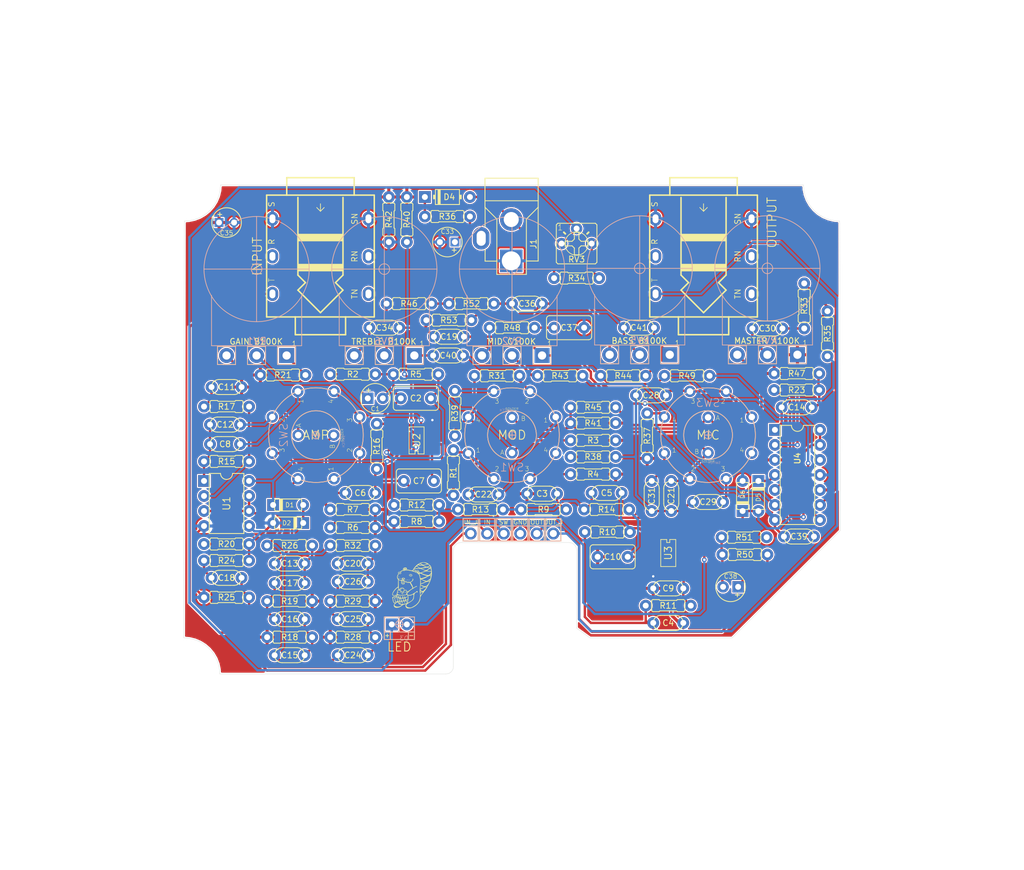
<source format=kicad_pcb>
(kicad_pcb (version 20171130) (host pcbnew "(5.1.9-0-10_14)")
  (layers (0 F.Cu signal) (31 B.Cu signal) (34 B.Paste user) (35 F.Paste user) (36 B.SilkS user) (37 F.SilkS user) (38 B.Mask user) (39 F.Mask user) (44 Edge.Cuts user))
  (net 0 "")
  (net 1 SW_MOD_A)
  (net 2 "Net-(C1-Pad1)")
  (net 3 "Net-(C2-Pad2)")
  (net 4 "Net-(C2-Pad1)")
  (net 5 "Net-(C3-Pad2)")
  (net 6 VB)
  (net 7 "Net-(C4-Pad2)")
  (net 8 SW_MOD_B_CLEAN)
  (net 9 "Net-(C5-Pad2)")
  (net 10 "Net-(C5-Pad1)")
  (net 11 SW_AMP_B)
  (net 12 "Net-(C6-Pad1)")
  (net 13 "Net-(C7-Pad1)")
  (net 14 "Net-(C12-Pad2)")
  (net 15 SW_AMP_A_CALI)
  (net 16 "Net-(C9-Pad2)")
  (net 17 "Net-(C10-Pad2)")
  (net 18 "Net-(C11-Pad1)")
  (net 19 SW_AMP_A_BRIT)
  (net 20 "Net-(C13-Pad2)")
  (net 21 SW_AMP_A_TWEED)
  (net 22 "Net-(C14-Pad2)")
  (net 23 "Net-(C14-Pad1)")
  (net 24 "Net-(C15-Pad2)")
  (net 25 "Net-(C15-Pad1)")
  (net 26 "Net-(C16-Pad1)")
  (net 27 "Net-(C18-Pad2)")
  (net 28 "Net-(C18-Pad1)")
  (net 29 "Net-(C19-Pad2)")
  (net 30 "Net-(C19-Pad1)")
  (net 31 "Net-(C20-Pad2)")
  (net 32 SW_AMP_A_AC)
  (net 33 "Net-(C21-Pad2)")
  (net 34 SW_MIC_B)
  (net 35 SW_MOD_B_HOT)
  (net 36 "Net-(C24-Pad1)")
  (net 37 "Net-(C25-Pad1)")
  (net 38 SW_MIC_A_CENT)
  (net 39 SW_MIC_B_CENT)
  (net 40 "Net-(C30-Pad2)")
  (net 41 "Net-(C30-Pad1)")
  (net 42 SW_MIC_B_EDGE)
  (net 43 GND)
  (net 44 9V)
  (net 45 "Net-(C34-Pad1)")
  (net 46 "Net-(C36-Pad2)")
  (net 47 "Net-(C36-Pad1)")
  (net 48 "Net-(C37-Pad2)")
  (net 49 "Net-(C38-Pad2)")
  (net 50 "Net-(C40-Pad2)")
  (net 51 "Net-(D1-Pad2)")
  (net 52 "Net-(D3-Pad2)")
  (net 53 "Net-(D3-Pad1)")
  (net 54 "Net-(D4-Pad1)")
  (net 55 "Net-(D4-Pad2)")
  (net 56 "Net-(H6-Pad1)")
  (net 57 "Net-(H11-Pad1)")
  (net 58 "Net-(H12-Pad1)")
  (net 59 SW_MOD_A_HI)
  (net 60 SW_MOD_A_DRIVE)
  (net 61 SW_AMP_B_AC)
  (net 62 "Net-(R12-Pad1)")
  (net 63 "Net-(R15-Pad2)")
  (net 64 "Net-(R21-Pad1)")
  (net 65 SW_MOD_B_HI)
  (net 66 "Net-(R34-Pad1)")
  (net 67 SW_MIC_A_CLASSIC)
  (net 68 SW_MOD_B_DRIVE)
  (net 69 SW_MIC_A)
  (net 70 "Net-(R49-Pad1)")
  (net 71 SW_AMP_A)
  (net 72 "Net-(RV1-Pad2)")
  (net 73 "Net-(SW1-Pad4)")
  (net 74 "Net-(SW2-Pad5)")
  (net 75 "Net-(SW3-Pad8)")
  (net 76 "Net-(C38-Pad1)")
  (net 77 "Net-(C41-Pad1)")
  (net 78 "Net-(C39-Pad1)")
  (net 79 "Net-(C40-Pad1)")
  (net 80 "Net-(R23-Pad2)")
  (net 81 "Net-(R33-Pad2)")
  (net 82 "Net-(R43-Pad2)")
  (net 83 "Net-(R46-Pad2)")
  (net 84 "Net-(R46-Pad1)")
  (net 85 "Net-(R48-Pad2)")
  (module jacks:TRS_SW (layer F.Cu) (at 149.225 69.723 90)
    (fp_text reference J3 hide)
    (fp_text value OUTPUT (at 5.715 11.557 90) (layer F.SilkS) (effects (font (size 1.524 1.524))))
    (fp_text user SN (at 6.35 6.35 90) (layer F.SilkS) (effects (font (size 0.9652 0.9652) (thickness 0.12192)) (justify bottom)))
    (fp_text user RN (at 0 6.35 90) (layer F.SilkS) (effects (font (size 0.9652 0.9652) (thickness 0.12192)) (justify bottom)))
    (fp_text user TN (at -6.35 6.35 90) (layer F.SilkS) (effects (font (size 0.9652 0.9652) (thickness 0.12192)) (justify bottom)))
    (fp_text user S (at 8.255 -8.255 90) (layer F.SilkS) (effects (font (size 0.9652 0.9652) (thickness 0.12192)) (justify left)))
    (fp_text user R (at 1.905 -8.255 90) (layer F.SilkS) (effects (font (size 0.9652 0.9652) (thickness 0.12192)) (justify left)))
    (fp_text user T (at -4.445 -8.255 90) (layer F.SilkS) (effects (font (size 0.9652 0.9652) (thickness 0.08128)) (justify left)))
    (pad TN1 thru_hole oval (at -6.35 8.115 90) (size 2.4 1.9304) (drill oval 1.5 1) (layers *.Cu *.Mask))
    (pad T thru_hole oval (at -6.35 -8.115 90) (size 2.4 1.9304) (drill oval 1.5 1) (layers *.Cu *.Mask) (net 58 "Net-(H12-Pad1)"))
    (pad S thru_hole oval (at 6.35 8.115 90) (size 2.4 1.9304) (drill oval 1.5 1) (layers *.Cu *.Mask) (net 43 GND))
    (pad S thru_hole oval (at 6.35 -8.115 90) (size 2.4 1.9304) (drill oval 1.5 1) (layers *.Cu *.Mask) (net 43 GND))
    (pad RN thru_hole oval (at 0 8.115 90) (size 2.4 1.9304) (drill oval 1.5 1) (layers *.Cu *.Mask))
    (pad R thru_hole oval (at 0 -8.115 90) (size 2.4 1.9304) (drill oval 1.5 1) (layers *.Cu *.Mask))
  )
  (module jacks:TRS_SW (layer F.Cu) (at 84.455 69.723 90)
    (fp_text reference J2 hide)
    (fp_text value INPUT (at 0 -10.668 90) (layer F.SilkS) (effects (font (size 1.524 1.524))))
    (fp_text user SN (at 6.35 6.35 90) (layer F.SilkS) (effects (font (size 0.9652 0.9652) (thickness 0.12192)) (justify bottom)))
    (fp_text user RN (at 0 6.35 90) (layer F.SilkS) (effects (font (size 0.9652 0.9652) (thickness 0.12192)) (justify bottom)))
    (fp_text user TN (at -6.35 6.35 90) (layer F.SilkS) (effects (font (size 0.9652 0.9652) (thickness 0.12192)) (justify bottom)))
    (fp_text user S (at 8.255 -8.255 90) (layer F.SilkS) (effects (font (size 0.9652 0.9652) (thickness 0.12192)) (justify left)))
    (fp_text user R (at 1.905 -8.255 90) (layer F.SilkS) (effects (font (size 0.9652 0.9652) (thickness 0.12192)) (justify left)))
    (fp_text user T (at -4.445 -8.255 90) (layer F.SilkS) (effects (font (size 0.9652 0.9652) (thickness 0.08128)) (justify left)))
    (pad TN1 thru_hole oval (at -6.35 8.115 90) (size 2.4 1.9304) (drill oval 1.5 1) (layers *.Cu *.Mask))
    (pad T thru_hole oval (at -6.35 -8.115 90) (size 2.4 1.9304) (drill oval 1.5 1) (layers *.Cu *.Mask) (net 57 "Net-(H11-Pad1)"))
    (pad S thru_hole oval (at 6.35 8.115 90) (size 2.4 1.9304) (drill oval 1.5 1) (layers *.Cu *.Mask) (net 43 GND))
    (pad S thru_hole oval (at 6.35 -8.115 90) (size 2.4 1.9304) (drill oval 1.5 1) (layers *.Cu *.Mask) (net 43 GND))
    (pad RN thru_hole oval (at 0 8.115 90) (size 2.4 1.9304) (drill oval 1.5 1) (layers *.Cu *.Mask))
    (pad R thru_hole oval (at 0 -8.115 90) (size 2.4 1.9304) (drill oval 1.5 1) (layers *.Cu *.Mask))
  )
  (module logo:drunk_beaver_text_metal (layer F.Cu) (at 100.203 119.888)
    (fp_text reference G*** hide)
    (fp_text value LOGO hide)
  )
  (module logo:drunk_beaver_logo (layer F.Cu) (at 99.949 125.349)
    (fp_text reference G*** hide)
    (fp_text value LOGO hide)
  )
  (module integrated_circuits:DIP14.1 (layer F.Cu) (at 165.1 106.68 270)
    (fp_text reference U4 (at -2.794 0 90) (layer F.SilkS) (effects (font (size 0.9652 0.9652) (thickness 0.18288))))
    (fp_text value TL064 hide)
    (pad 14 thru_hole oval (at -7.62 -3.81) (size 2 2) (drill 1) (layers *.Cu *.Mask) (net 76 "Net-(C38-Pad1)"))
    (pad 13 thru_hole oval (at -5.08 -3.81) (size 2 2) (drill 1) (layers *.Cu *.Mask) (net 76 "Net-(C38-Pad1)"))
    (pad 12 thru_hole oval (at -2.54 -3.81) (size 2 2) (drill 1) (layers *.Cu *.Mask) (net 70 "Net-(R49-Pad1)"))
    (pad 11 thru_hole oval (at 0 -3.81) (size 2 2) (drill 1) (layers *.Cu *.Mask) (net 43 GND))
    (pad 10 thru_hole oval (at 2.54 -3.81) (size 2 2) (drill 1) (layers *.Cu *.Mask) (net 6 VB))
    (pad 9 thru_hole oval (at 5.08 -3.81) (size 2 2) (drill 1) (layers *.Cu *.Mask) (net 83 "Net-(R46-Pad2)"))
    (pad 8 thru_hole oval (at 7.62 -3.81) (size 2 2) (drill 1) (layers *.Cu *.Mask) (net 79 "Net-(C40-Pad1)"))
    (pad 7 thru_hole oval (at 7.62 3.81) (size 2 2) (drill 1) (layers *.Cu *.Mask) (net 30 "Net-(C19-Pad1)"))
    (pad 6 thru_hole oval (at 5.08 3.81) (size 2 2) (drill 1) (layers *.Cu *.Mask) (net 78 "Net-(C39-Pad1)"))
    (pad 5 thru_hole oval (at 2.54 3.81) (size 2 2) (drill 1) (layers *.Cu *.Mask) (net 80 "Net-(R23-Pad2)"))
    (pad 4 thru_hole oval (at 0 3.81) (size 2 2) (drill 1) (layers *.Cu *.Mask) (net 44 9V))
    (pad 3 thru_hole oval (at -2.54 3.81) (size 2 2) (drill 1) (layers *.Cu *.Mask) (net 6 VB))
    (pad 2 thru_hole oval (at -5.08 3.81) (size 2 2) (drill 1) (layers *.Cu *.Mask) (net 81 "Net-(R33-Pad2)"))
    (pad 1 thru_hole rect (at -7.62 3.81) (size 2 2) (drill 1) (layers *.Cu *.Mask) (net 23 "Net-(C14-Pad1)"))
  )
  (module caps-film:0.2_22.SML (layer F.Cu) (at 138.303 81.788 180)
    (fp_text reference C41 (at 0 0) (layer F.SilkS))
    (fp_text value 22nF hide)
    (pad 2 thru_hole oval (at 2.54 0 180) (size 2 2) (drill 1) (layers *.Cu *.Mask) (net 46 "Net-(C36-Pad2)"))
    (pad 1 thru_hole oval (at -2.54 0 180) (size 2 2) (drill 1) (layers *.Cu *.Mask) (net 77 "Net-(C41-Pad1)"))
  )
  (module jacks:DC_JACK (layer F.Cu) (at 116.713 66.675 90)
    (fp_text reference J1 (at 0 3.175 90) (layer F.SilkS) (effects (justify right top)))
    (fp_text value Jack-DC hide)
    (fp_text user R (at 0 -5.08 90) (layer F.SilkS) (effects (font (size 1.2065 1.2065) (thickness 0.1016))))
    (fp_text user - (at -3.81 0 90) (layer F.SilkS) (effects (font (size 1.59258 1.59258) (thickness 0.134112))))
    (fp_text user + (at 3.175 0 90) (layer F.SilkS) (effects (font (size 1.59258 1.59258) (thickness 0.134112))))
    (pad 2 thru_hole rect (at -3.81 0 270) (size 3.81 3.81) (drill 3.2) (layers *.Cu *.Mask) (net 43 GND))
    (pad 1 thru_hole oval (at 3.175 0) (size 3.81 3.81) (drill 2.54) (layers *.Cu *.Mask) (net 55 "Net-(D4-Pad2)"))
    (pad 3 thru_hole oval (at 0 -5.08 270) (size 3.81 2.81) (drill oval 2.54 1.54) (layers *.Cu *.Mask))
  )
  (module integrated_circuits:SO08 (layer F.Cu) (at 100.711 100.838 90)
    (fp_text reference U2 (at 0 0 90) (layer F.SilkS) (effects (font (size 1.2065 1.2065) (thickness 0.1524))))
    (fp_text value TLC2272 hide)
    (pad 8 smd rect (at -1.905 -2.6 90) (size 0.6 2.2) (layers F.Cu F.Paste F.Mask) (net 44 9V))
    (pad 7 smd rect (at -0.635 -2.6 90) (size 0.6 2.2) (layers F.Cu F.Paste F.Mask) (net 4 "Net-(C2-Pad1)"))
    (pad 6 smd rect (at 0.635 -2.6 90) (size 0.6 2.2) (layers F.Cu F.Paste F.Mask) (net 3 "Net-(C2-Pad2)"))
    (pad 5 smd rect (at 1.905 -2.6 90) (size 0.6 2.2) (layers F.Cu F.Paste F.Mask) (net 13 "Net-(C7-Pad1)"))
    (pad 4 smd rect (at 1.905 2.6 90) (size 0.6 2.2) (layers F.Cu F.Paste F.Mask) (net 43 GND))
    (pad 3 smd rect (at 0.635 2.6 90) (size 0.6 2.2) (layers F.Cu F.Paste F.Mask) (net 72 "Net-(RV1-Pad2)"))
    (pad 2 smd rect (at -0.635 2.6 90) (size 0.6 2.2) (layers F.Cu F.Paste F.Mask) (net 12 "Net-(C6-Pad1)"))
    (pad 1 smd rect (at -1.905 2.6 90) (size 0.6 2.2) (layers F.Cu F.Paste F.Mask) (net 13 "Net-(C7-Pad1)"))
  )
  (module integrated_circuits:SO08 (layer F.Cu) (at 143.256 119.888 270)
    (fp_text reference U3 (at 0 0 90) (layer F.SilkS) (effects (font (size 1.2065 1.2065) (thickness 0.1524))))
    (fp_text value TLC2272 hide)
    (pad 8 smd rect (at -1.905 -2.6 270) (size 0.6 2.2) (layers F.Cu F.Paste F.Mask) (net 44 9V))
    (pad 7 smd rect (at -0.635 -2.6 270) (size 0.6 2.2) (layers F.Cu F.Paste F.Mask) (net 8 SW_MOD_B_CLEAN))
    (pad 6 smd rect (at 0.635 -2.6 270) (size 0.6 2.2) (layers F.Cu F.Paste F.Mask) (net 8 SW_MOD_B_CLEAN))
    (pad 5 smd rect (at 1.905 -2.6 270) (size 0.6 2.2) (layers F.Cu F.Paste F.Mask) (net 16 "Net-(C9-Pad2)"))
    (pad 4 smd rect (at 1.905 2.6 270) (size 0.6 2.2) (layers F.Cu F.Paste F.Mask) (net 43 GND))
    (pad 3 smd rect (at 0.635 2.6 270) (size 0.6 2.2) (layers F.Cu F.Paste F.Mask) (net 17 "Net-(C10-Pad2)"))
    (pad 2 smd rect (at -0.635 2.6 270) (size 0.6 2.2) (layers F.Cu F.Paste F.Mask) (net 10 "Net-(C5-Pad1)"))
    (pad 1 smd rect (at -1.905 2.6 270) (size 0.6 2.2) (layers F.Cu F.Paste F.Mask) (net 10 "Net-(C5-Pad1)"))
  )
  (module diodes:3MM_IO (layer F.Cu) (at 97.79 131.953)
    (fp_text reference D3 (at 0 1.905) (layer B.SilkS) (effects (font (size 0.77216 0.77216) (thickness 0.065024)) (justify right top mirror)))
    (fp_text value LED (at 0 3.81) (layer F.SilkS) (effects (font (size 1.524 1.524))))
    (pad 1 thru_hole oval (at 1.27 0) (size 2 2) (drill 1) (layers *.Cu *.Mask) (net 53 "Net-(D3-Pad1)"))
    (pad 2 thru_hole rect (at -1.27 0) (size 2 2) (drill 1) (layers *.Cu *.Mask) (net 52 "Net-(D3-Pad2)"))
  )
  (module enclosures:1590BB (layer F.Cu) (at 116.84 99.949 90)
    (fp_text reference "" (at 0 0 90) (layer F.SilkS) (effects (font (size 1.524 1.524))))
    (fp_text value "" (at 0 0 90) (layer F.SilkS) (effects (font (size 1.524 1.524))))
  )
  (module integrated_circuits:DIP08 (layer F.Cu) (at 68.58 111.506 270)
    (fp_text reference U1 (at 0 0 90) (layer F.SilkS) (effects (font (size 1.2065 1.2065) (thickness 0.1524))))
    (fp_text value OPA2134 hide)
    (pad 8 thru_hole oval (at -3.81 -3.81) (size 2 2) (drill 1) (layers *.Cu *.Mask) (net 44 9V))
    (pad 7 thru_hole oval (at -1.27 -3.81) (size 2 2) (drill 1) (layers *.Cu *.Mask) (net 24 "Net-(C15-Pad2)"))
    (pad 6 thru_hole oval (at 1.27 -3.81) (size 2 2) (drill 1) (layers *.Cu *.Mask) (net 24 "Net-(C15-Pad2)"))
    (pad 5 thru_hole oval (at 3.81 -3.81) (size 2 2) (drill 1) (layers *.Cu *.Mask) (net 51 "Net-(D1-Pad2)"))
    (pad 4 thru_hole oval (at 3.81 3.81) (size 2 2) (drill 1) (layers *.Cu *.Mask) (net 43 GND))
    (pad 3 thru_hole oval (at 1.27 3.81) (size 2 2) (drill 1) (layers *.Cu *.Mask) (net 24 "Net-(C15-Pad2)"))
    (pad 2 thru_hole oval (at -1.27 3.81) (size 2 2) (drill 1) (layers *.Cu *.Mask) (net 63 "Net-(R15-Pad2)"))
    (pad 1 thru_hole rect (at -3.81 3.81) (size 2 2) (drill 1) (layers *.Cu *.Mask) (net 14 "Net-(C12-Pad2)"))
  )
  (module switches:2P4T.MINI_MODIF_KICAD (layer F.Cu) (at 149.987 99.949)
    (fp_text reference SW3 (at 0 -5.461) (layer B.SilkS) (effects (font (size 1.35128 1.35128) (thickness 0.113792)) (justify mirror)))
    (fp_text value MIC (at 0 0) (layer F.SilkS) (effects (font (size 1.524 1.524))))
    (fp_text user SOLDER (at 0 4.445) (layer F.SilkS) (effects (font (size 0.38608 0.38608) (thickness 0.032512))))
    (fp_text user SWITCH (at 0 4.445) (layer B.SilkS) (effects (font (size 0.38608 0.38608) (thickness 0.032512)) (justify right top mirror)))
    (fp_text user 4 (at 5.715 2.54) (layer F.SilkS) (effects (font (size 0.77216 0.77216) (thickness 0.065024))))
    (fp_text user 3 (at 2.54 5.715) (layer F.SilkS) (effects (font (size 0.77216 0.77216) (thickness 0.065024))))
    (fp_text user 2 (at -2.54 5.715) (layer F.SilkS) (effects (font (size 0.77216 0.77216) (thickness 0.065024))))
    (fp_text user 1 (at -5.715 2.54) (layer F.SilkS) (effects (font (size 0.77216 0.77216) (thickness 0.065024))))
    (fp_text user 4 (at -5.715 -2.54) (layer F.SilkS) (effects (font (size 0.77216 0.77216) (thickness 0.065024))))
    (fp_text user 3 (at -2.54 -5.715) (layer F.SilkS) (effects (font (size 0.77216 0.77216) (thickness 0.065024))))
    (fp_text user 2 (at 2.54 -5.715) (layer F.SilkS) (effects (font (size 0.77216 0.77216) (thickness 0.065024))))
    (fp_text user 1 (at 5.715 -2.54) (layer F.SilkS) (effects (font (size 0.77216 0.77216) (thickness 0.065024))))
    (fp_text user B (at -1.905 2.794) (layer F.SilkS) (effects (font (size 0.77216 0.77216) (thickness 0.065024))))
    (fp_text user A (at 1.651 -2.921) (layer F.SilkS) (effects (font (size 0.77216 0.77216) (thickness 0.065024))))
    (pad 14 thru_hole oval (at 0 3) (size 1.9304 1.9304) (drill 1.1) (layers *.Cu *.Mask) (net 34 SW_MIC_B))
    (pad 13 thru_hole oval (at 0 -3) (size 1.9304 1.9304) (drill 1.1) (layers *.Cu *.Mask) (net 69 SW_MIC_A))
    (pad 1 thru_hole oval (at 7.391034 -3.061466 22.5) (size 1.9304 1.9304) (drill 1.1) (layers *.Cu *.Mask) (net 38 SW_MIC_A_CENT))
    (pad 7 thru_hole oval (at 3.061466 7.391034 22.5) (size 1.9304 1.9304) (drill 1.1) (layers *.Cu *.Mask) (net 39 SW_MIC_B_CENT))
    (pad 5 thru_hole oval (at -7.391034 3.061466 22.5) (size 1.9304 1.9304) (drill 1.1) (layers *.Cu *.Mask) (net 42 SW_MIC_B_EDGE))
    (pad 3 thru_hole oval (at -3.061466 -7.391034 22.5) (size 1.9304 1.9304) (drill 1.1) (layers *.Cu *.Mask) (net 38 SW_MIC_A_CENT))
    (pad 4 thru_hole oval (at -7.391034 -3.061466 67.5) (size 1.9304 1.9304) (drill 1.1) (layers *.Cu *.Mask) (net 67 SW_MIC_A_CLASSIC))
    (pad 6 thru_hole oval (at -3.061466 7.391034 157.5) (size 1.9304 1.9304) (drill 1.1) (layers *.Cu *.Mask) (net 34 SW_MIC_B))
    (pad 8 thru_hole oval (at 7.391034 3.061466 247.5) (size 1.9304 1.9304) (drill 1.1) (layers *.Cu *.Mask) (net 75 "Net-(SW3-Pad8)"))
    (pad 2 thru_hole oval (at 3.061466 -7.391034 337.5) (size 1.9304 1.9304) (drill 1.1) (layers *.Cu *.Mask) (net 38 SW_MIC_A_CENT))
  )
  (module switches:2P4T.MINI_MODIF_KICAD (layer F.Cu) (at 83.693 99.949 90)
    (fp_text reference SW2 (at 0 -5.461 270) (layer B.SilkS) (effects (font (size 1.35128 1.35128) (thickness 0.113792)) (justify mirror)))
    (fp_text value AMP (at 0 0 180) (layer F.SilkS) (effects (font (size 1.524 1.524))))
    (fp_text user SOLDER (at 0 4.445 270) (layer F.SilkS) (effects (font (size 0.38608 0.38608) (thickness 0.032512))))
    (fp_text user SWITCH (at 0 4.445 270) (layer B.SilkS) (effects (font (size 0.38608 0.38608) (thickness 0.032512)) (justify left top mirror)))
    (fp_text user 4 (at 5.715 2.54 270) (layer F.SilkS) (effects (font (size 0.77216 0.77216) (thickness 0.065024))))
    (fp_text user 3 (at 2.54 5.715 270) (layer F.SilkS) (effects (font (size 0.77216 0.77216) (thickness 0.065024))))
    (fp_text user 2 (at -2.54 5.715 270) (layer F.SilkS) (effects (font (size 0.77216 0.77216) (thickness 0.065024))))
    (fp_text user 1 (at -5.715 2.54 270) (layer F.SilkS) (effects (font (size 0.77216 0.77216) (thickness 0.065024))))
    (fp_text user 4 (at -5.715 -2.54 270) (layer F.SilkS) (effects (font (size 0.77216 0.77216) (thickness 0.065024))))
    (fp_text user 3 (at -2.54 -5.715 270) (layer F.SilkS) (effects (font (size 0.77216 0.77216) (thickness 0.065024))))
    (fp_text user 2 (at 2.54 -5.715 270) (layer F.SilkS) (effects (font (size 0.77216 0.77216) (thickness 0.065024))))
    (fp_text user 1 (at 5.715 -2.54 270) (layer F.SilkS) (effects (font (size 0.77216 0.77216) (thickness 0.065024))))
    (fp_text user B (at -1.905 2.794 270) (layer F.SilkS) (effects (font (size 0.77216 0.77216) (thickness 0.065024))))
    (fp_text user A (at 1.651 -2.921 270) (layer F.SilkS) (effects (font (size 0.77216 0.77216) (thickness 0.065024))))
    (pad 14 thru_hole oval (at 0 3 90) (size 1.9304 1.9304) (drill 1.1) (layers *.Cu *.Mask) (net 11 SW_AMP_B))
    (pad 13 thru_hole oval (at 0 -3 90) (size 1.9304 1.9304) (drill 1.1) (layers *.Cu *.Mask) (net 71 SW_AMP_A))
    (pad 1 thru_hole oval (at 7.391034 -3.061466 112.5) (size 1.9304 1.9304) (drill 1.1) (layers *.Cu *.Mask) (net 15 SW_AMP_A_CALI))
    (pad 7 thru_hole oval (at 3.061466 7.391034 112.5) (size 1.9304 1.9304) (drill 1.1) (layers *.Cu *.Mask) (net 61 SW_AMP_B_AC))
    (pad 5 thru_hole oval (at -7.391034 3.061466 112.5) (size 1.9304 1.9304) (drill 1.1) (layers *.Cu *.Mask) (net 74 "Net-(SW2-Pad5)"))
    (pad 3 thru_hole oval (at -3.061466 -7.391034 112.5) (size 1.9304 1.9304) (drill 1.1) (layers *.Cu *.Mask) (net 32 SW_AMP_A_AC))
    (pad 4 thru_hole oval (at -7.391034 -3.061466 157.5) (size 1.9304 1.9304) (drill 1.1) (layers *.Cu *.Mask) (net 21 SW_AMP_A_TWEED))
    (pad 6 thru_hole oval (at -3.061466 7.391034 247.5) (size 1.9304 1.9304) (drill 1.1) (layers *.Cu *.Mask) (net 61 SW_AMP_B_AC))
    (pad 8 thru_hole oval (at 7.391034 3.061466 337.5) (size 1.9304 1.9304) (drill 1.1) (layers *.Cu *.Mask) (net 61 SW_AMP_B_AC))
    (pad 2 thru_hole oval (at 3.061466 -7.391034 67.5) (size 1.9304 1.9304) (drill 1.1) (layers *.Cu *.Mask) (net 19 SW_AMP_A_BRIT))
  )
  (module switches:2P4T.MINI_MODIF_KICAD (layer F.Cu) (at 116.84 99.949 180)
    (fp_text reference SW1 (at 0 -5.461) (layer B.SilkS) (effects (font (size 1.35128 1.35128) (thickness 0.113792)) (justify mirror)))
    (fp_text value MOD (at 0 0) (layer F.SilkS) (effects (font (size 1.524 1.524))))
    (fp_text user SOLDER (at 0 4.445) (layer F.SilkS) (effects (font (size 0.38608 0.38608) (thickness 0.032512))))
    (fp_text user SWITCH (at 0 4.445) (layer B.SilkS) (effects (font (size 0.38608 0.38608) (thickness 0.032512)) (justify left top mirror)))
    (fp_text user 4 (at 5.715 2.54) (layer F.SilkS) (effects (font (size 0.77216 0.77216) (thickness 0.065024))))
    (fp_text user 3 (at 2.54 5.715) (layer F.SilkS) (effects (font (size 0.77216 0.77216) (thickness 0.065024))))
    (fp_text user 2 (at -2.54 5.715) (layer F.SilkS) (effects (font (size 0.77216 0.77216) (thickness 0.065024))))
    (fp_text user 1 (at -5.715 2.54) (layer F.SilkS) (effects (font (size 0.77216 0.77216) (thickness 0.065024))))
    (fp_text user 4 (at -5.715 -2.54) (layer F.SilkS) (effects (font (size 0.77216 0.77216) (thickness 0.065024))))
    (fp_text user 3 (at -2.54 -5.715) (layer F.SilkS) (effects (font (size 0.77216 0.77216) (thickness 0.065024))))
    (fp_text user 2 (at 2.54 -5.715) (layer F.SilkS) (effects (font (size 0.77216 0.77216) (thickness 0.065024))))
    (fp_text user 1 (at 5.715 -2.54) (layer F.SilkS) (effects (font (size 0.77216 0.77216) (thickness 0.065024))))
    (fp_text user B (at -1.905 2.794) (layer F.SilkS) (effects (font (size 0.77216 0.77216) (thickness 0.065024))))
    (fp_text user A (at 1.651 -2.921) (layer F.SilkS) (effects (font (size 0.77216 0.77216) (thickness 0.065024))))
    (pad 14 thru_hole oval (at 0 3 180) (size 1.9304 1.9304) (drill 1.1) (layers *.Cu *.Mask) (net 34 SW_MIC_B))
    (pad 13 thru_hole oval (at 0 -3 180) (size 1.9304 1.9304) (drill 1.1) (layers *.Cu *.Mask) (net 1 SW_MOD_A))
    (pad 1 thru_hole oval (at 7.391034 -3.061466 202.5) (size 1.9304 1.9304) (drill 1.1) (layers *.Cu *.Mask) (net 59 SW_MOD_A_HI))
    (pad 7 thru_hole oval (at 3.061466 7.391034 202.5) (size 1.9304 1.9304) (drill 1.1) (layers *.Cu *.Mask) (net 68 SW_MOD_B_DRIVE))
    (pad 5 thru_hole oval (at -7.391034 3.061466 202.5) (size 1.9304 1.9304) (drill 1.1) (layers *.Cu *.Mask) (net 35 SW_MOD_B_HOT))
    (pad 3 thru_hole oval (at -3.061466 -7.391034 202.5) (size 1.9304 1.9304) (drill 1.1) (layers *.Cu *.Mask) (net 60 SW_MOD_A_DRIVE))
    (pad 4 thru_hole oval (at -7.391034 -3.061466 247.5) (size 1.9304 1.9304) (drill 1.1) (layers *.Cu *.Mask) (net 73 "Net-(SW1-Pad4)"))
    (pad 6 thru_hole oval (at -3.061466 7.391034 337.5) (size 1.9304 1.9304) (drill 1.1) (layers *.Cu *.Mask) (net 65 SW_MOD_B_HI))
    (pad 8 thru_hole oval (at 7.391034 3.061466 67.5) (size 1.9304 1.9304) (drill 1.1) (layers *.Cu *.Mask) (net 8 SW_MOD_B_CLEAN))
    (pad 2 thru_hole oval (at 3.061466 -7.391034 157.5) (size 1.9304 1.9304) (drill 1.1) (layers *.Cu *.Mask) (net 59 SW_MOD_A_HI))
  )
  (module potentiometers:16MM_B.MOUNT (layer F.Cu) (at 95.25 86.487)
    (fp_text reference RV6 (at 0 -2.413) (layer B.SilkS) (effects (font (size 1.2065 1.2065) (thickness 0.1524)) (justify mirror)))
    (fp_text value "TREBLE B100K" (at -0.0635 -2.3495) (layer F.SilkS))
    (fp_text user 1 (at 6.35 -2.032) (layer F.SilkS) (effects (font (size 0.77216 0.77216) (thickness 0.097536))))
    (pad 3 thru_hole oval (at -5.08 0 180) (size 2.54 2.54) (drill 1.4) (layers *.Cu *.Mask) (net 45 "Net-(C34-Pad1)"))
    (pad 2 thru_hole oval (at 0 0 180) (size 2.54 2.54) (drill 1.4) (layers *.Cu *.Mask) (net 84 "Net-(R46-Pad1)"))
    (pad 1 thru_hole rect (at 5.08 0 180) (size 2.54 2.54) (drill 1.4) (layers *.Cu *.Mask) (net 50 "Net-(C40-Pad2)"))
  )
  (module potentiometers:16MM_B.MOUNT (layer F.Cu) (at 138.43 86.36)
    (fp_text reference RV5 (at 0 -2.413) (layer B.SilkS) (effects (font (size 1.2065 1.2065) (thickness 0.1524)) (justify mirror)))
    (fp_text value "BASS B100K" (at -0.0635 -2.3495) (layer F.SilkS))
    (fp_text user 1 (at 6.35 -2.032) (layer F.SilkS) (effects (font (size 0.77216 0.77216) (thickness 0.097536))))
    (pad 3 thru_hole oval (at -5.08 0 180) (size 2.54 2.54) (drill 1.4) (layers *.Cu *.Mask) (net 47 "Net-(C36-Pad1)"))
    (pad 2 thru_hole oval (at 0 0 180) (size 2.54 2.54) (drill 1.4) (layers *.Cu *.Mask) (net 46 "Net-(C36-Pad2)"))
    (pad 1 thru_hole rect (at 5.08 0 180) (size 2.54 2.54) (drill 1.4) (layers *.Cu *.Mask) (net 77 "Net-(C41-Pad1)"))
  )
  (module potentiometers:16MM_B.MOUNT (layer F.Cu) (at 160.02 86.36)
    (fp_text reference RV4 (at 0 -2.413) (layer B.SilkS) (effects (font (size 1.2065 1.2065) (thickness 0.1524)) (justify mirror)))
    (fp_text value "MASTER A100K" (at -0.0635 -2.3495) (layer F.SilkS))
    (fp_text user 1 (at 6.35 -2.032) (layer F.SilkS) (effects (font (size 0.77216 0.77216) (thickness 0.097536))))
    (pad 3 thru_hole oval (at -5.08 0 180) (size 2.54 2.54) (drill 1.4) (layers *.Cu *.Mask) (net 69 SW_MIC_A))
    (pad 2 thru_hole oval (at 0 0 180) (size 2.54 2.54) (drill 1.4) (layers *.Cu *.Mask) (net 41 "Net-(C30-Pad1)"))
    (pad 1 thru_hole rect (at 5.08 0 180) (size 2.54 2.54) (drill 1.4) (layers *.Cu *.Mask) (net 6 VB))
  )
  (module potentiometers:TRIM1 (layer F.Cu) (at 127.762 67.564)
    (fp_text reference RV3 (at 0 2.667) (layer F.SilkS))
    (fp_text value BRIGHTNESS hide)
    (fp_text user 1 (at -3.302 -2.159) (layer F.SilkS) (effects (font (size 0.9652 0.9652) (thickness 0.08128)) (justify left bottom)))
    (pad 3 thru_hole oval (at 2.54 0) (size 1.9304 1.9304) (drill 1) (layers *.Cu *.Mask) (net 66 "Net-(R34-Pad1)"))
    (pad 2 thru_hole oval (at 0 -2.54) (size 1.9304 1.9304) (drill 1) (layers *.Cu *.Mask) (net 52 "Net-(D3-Pad2)"))
    (pad 1 thru_hole oval (at -2.54 0) (size 1.9304 1.9304) (drill 1) (layers *.Cu *.Mask) (net 52 "Net-(D3-Pad2)"))
  )
  (module potentiometers:16MM_B.MOUNT (layer F.Cu) (at 116.84 86.487)
    (fp_text reference RV2 (at 0 -2.413) (layer B.SilkS) (effects (font (size 1.2065 1.2065) (thickness 0.1524)) (justify mirror)))
    (fp_text value "MID C100K" (at -0.0635 -2.3495) (layer F.SilkS))
    (fp_text user 1 (at 6.35 -2.032) (layer F.SilkS) (effects (font (size 0.77216 0.77216) (thickness 0.097536))))
    (pad 3 thru_hole oval (at -5.08 0 180) (size 2.54 2.54) (drill 1.4) (layers *.Cu *.Mask) (net 85 "Net-(R48-Pad2)"))
    (pad 2 thru_hole oval (at 0 0 180) (size 2.54 2.54) (drill 1.4) (layers *.Cu *.Mask) (net 82 "Net-(R43-Pad2)"))
    (pad 1 thru_hole rect (at 5.08 0 180) (size 2.54 2.54) (drill 1.4) (layers *.Cu *.Mask) (net 30 "Net-(C19-Pad1)"))
  )
  (module potentiometers:16MM_B.MOUNT (layer F.Cu) (at 73.66 86.487)
    (fp_text reference RV1 (at 0 -2.413) (layer B.SilkS) (effects (font (size 1.2065 1.2065) (thickness 0.1524)) (justify mirror)))
    (fp_text value "GAIN B100K" (at -0.0635 -2.3495) (layer F.SilkS))
    (fp_text user 1 (at 6.35 -2.032) (layer F.SilkS) (effects (font (size 0.77216 0.77216) (thickness 0.097536))))
    (pad 3 thru_hole oval (at -5.08 0 180) (size 2.54 2.54) (drill 1.4) (layers *.Cu *.Mask) (net 71 SW_AMP_A))
    (pad 2 thru_hole oval (at 0 0 180) (size 2.54 2.54) (drill 1.4) (layers *.Cu *.Mask) (net 72 "Net-(RV1-Pad2)"))
    (pad 1 thru_hole rect (at 5.08 0 180) (size 2.54 2.54) (drill 1.4) (layers *.Cu *.Mask) (net 64 "Net-(R21-Pad1)"))
  )
  (module resistors:0.3_22.B (layer F.Cu) (at 106.172 80.518 180)
    (fp_text reference R53 (at 0 0) (layer F.SilkS))
    (fp_text value 10K hide)
    (pad 2 thru_hole oval (at 3.81 0 180) (size 2 2) (drill 1) (layers *.Cu *.Mask) (net 29 "Net-(C19-Pad2)"))
    (pad 1 thru_hole oval (at -3.81 0 180) (size 2 2) (drill 1) (layers *.Cu *.Mask) (net 47 "Net-(C36-Pad1)"))
  )
  (module resistors:0.3_22.B (layer F.Cu) (at 109.982 77.724 180)
    (fp_text reference R52 (at 0 0) (layer F.SilkS))
    (fp_text value 10K hide)
    (pad 2 thru_hole oval (at 3.81 0 180) (size 2 2) (drill 1) (layers *.Cu *.Mask) (net 83 "Net-(R46-Pad2)"))
    (pad 1 thru_hole oval (at -3.81 0 180) (size 2 2) (drill 1) (layers *.Cu *.Mask) (net 46 "Net-(C36-Pad2)"))
  )
  (module resistors:0.3_22.B (layer F.Cu) (at 156.083 117.221)
    (fp_text reference R51 (at 0 0) (layer F.SilkS))
    (fp_text value 100K hide)
    (pad 2 thru_hole oval (at 3.81 0) (size 2 2) (drill 1) (layers *.Cu *.Mask) (net 43 GND))
    (pad 1 thru_hole oval (at -3.81 0) (size 2 2) (drill 1) (layers *.Cu *.Mask) (net 49 "Net-(C38-Pad2)"))
  )
  (module resistors:0.3_22.B (layer F.Cu) (at 156.21 120.142 180)
    (fp_text reference R50 (at 0 0) (layer F.SilkS))
    (fp_text value 1K hide)
    (pad 2 thru_hole oval (at 3.81 0 180) (size 2 2) (drill 1) (layers *.Cu *.Mask) (net 49 "Net-(C38-Pad2)"))
    (pad 1 thru_hole oval (at -3.81 0 180) (size 2 2) (drill 1) (layers *.Cu *.Mask) (net 56 "Net-(H6-Pad1)"))
  )
  (module resistors:0.3_22.B (layer F.Cu) (at 146.431 89.916 180)
    (fp_text reference R49 (at 0 0) (layer F.SilkS))
    (fp_text value 1K hide)
    (pad 2 thru_hole oval (at 3.81 0 180) (size 2 2) (drill 1) (layers *.Cu *.Mask) (net 79 "Net-(C40-Pad1)"))
    (pad 1 thru_hole oval (at -3.81 0 180) (size 2 2) (drill 1) (layers *.Cu *.Mask) (net 70 "Net-(R49-Pad1)"))
  )
  (module resistors:0.3_22.B (layer F.Cu) (at 116.84 81.788 180)
    (fp_text reference R48 (at 0 0) (layer F.SilkS))
    (fp_text value 10K hide)
    (pad 2 thru_hole oval (at 3.81 0 180) (size 2 2) (drill 1) (layers *.Cu *.Mask) (net 85 "Net-(R48-Pad2)"))
    (pad 1 thru_hole oval (at -3.81 0 180) (size 2 2) (drill 1) (layers *.Cu *.Mask) (net 48 "Net-(C37-Pad2)"))
  )
  (module resistors:0.3_22.B (layer F.Cu) (at 164.973 89.535 180)
    (fp_text reference R47 (at 0 0) (layer F.SilkS))
    (fp_text value 470k hide)
    (pad 2 thru_hole oval (at 3.81 0 180) (size 2 2) (drill 1) (layers *.Cu *.Mask) (net 6 VB))
    (pad 1 thru_hole oval (at -3.81 0 180) (size 2 2) (drill 1) (layers *.Cu *.Mask) (net 22 "Net-(C14-Pad2)"))
  )
  (module resistors:0.3_22.B (layer F.Cu) (at 99.441 77.724)
    (fp_text reference R46 (at 0 0) (layer F.SilkS))
    (fp_text value 3K3 hide)
    (pad 2 thru_hole oval (at 3.81 0) (size 2 2) (drill 1) (layers *.Cu *.Mask) (net 83 "Net-(R46-Pad2)"))
    (pad 1 thru_hole oval (at -3.81 0) (size 2 2) (drill 1) (layers *.Cu *.Mask) (net 84 "Net-(R46-Pad1)"))
  )
  (module resistors:0.3_22.B (layer F.Cu) (at 130.556 95.25)
    (fp_text reference R45 (at 0 0) (layer F.SilkS))
    (fp_text value 22K hide)
    (pad 2 thru_hole oval (at 3.81 0) (size 2 2) (drill 1) (layers *.Cu *.Mask) (net 69 SW_MIC_A))
    (pad 1 thru_hole oval (at -3.81 0) (size 2 2) (drill 1) (layers *.Cu *.Mask) (net 34 SW_MIC_B))
  )
  (module resistors:0.3_22.B (layer F.Cu) (at 135.636 89.916 180)
    (fp_text reference R44 (at 0 0) (layer F.SilkS))
    (fp_text value 10K hide)
    (pad 2 thru_hole oval (at 3.81 0 180) (size 2 2) (drill 1) (layers *.Cu *.Mask) (net 79 "Net-(C40-Pad1)"))
    (pad 1 thru_hole oval (at -3.81 0 180) (size 2 2) (drill 1) (layers *.Cu *.Mask) (net 77 "Net-(C41-Pad1)"))
  )
  (module resistors:0.3_22.B (layer F.Cu) (at 124.968 89.916 180)
    (fp_text reference R43 (at 0 0) (layer F.SilkS))
    (fp_text value 2K2 hide)
    (pad 2 thru_hole oval (at 3.81 0 180) (size 2 2) (drill 1) (layers *.Cu *.Mask) (net 82 "Net-(R43-Pad2)"))
    (pad 1 thru_hole oval (at -3.81 0 180) (size 2 2) (drill 1) (layers *.Cu *.Mask) (net 78 "Net-(C39-Pad1)"))
  )
  (module resistors:0.3_22.B (layer F.Cu) (at 96.012 63.5 270)
    (fp_text reference R42 (at 0 0 90) (layer F.SilkS))
    (fp_text value 10K hide)
    (pad 2 thru_hole oval (at 3.81 0 270) (size 2 2) (drill 1) (layers *.Cu *.Mask) (net 43 GND))
    (pad 1 thru_hole oval (at -3.81 0 270) (size 2 2) (drill 1) (layers *.Cu *.Mask) (net 6 VB))
  )
  (module resistors:0.3_22.B (layer F.Cu) (at 130.556 97.917)
    (fp_text reference R41 (at 0 0) (layer F.SilkS))
    (fp_text value 22K hide)
    (pad 2 thru_hole oval (at 3.81 0) (size 2 2) (drill 1) (layers *.Cu *.Mask) (net 6 VB))
    (pad 1 thru_hole oval (at -3.81 0) (size 2 2) (drill 1) (layers *.Cu *.Mask) (net 34 SW_MIC_B))
  )
  (module resistors:0.3_22.B (layer F.Cu) (at 99.06 63.5 90)
    (fp_text reference R40 (at 0 0 90) (layer F.SilkS))
    (fp_text value 10K hide)
    (pad 2 thru_hole oval (at 3.81 0 90) (size 2 2) (drill 1) (layers *.Cu *.Mask) (net 6 VB))
    (pad 1 thru_hole oval (at -3.81 0 90) (size 2 2) (drill 1) (layers *.Cu *.Mask) (net 44 9V))
  )
  (module resistors:0.3_22.B (layer F.Cu) (at 107.188 96.266 90)
    (fp_text reference R39 (at 0 0 90) (layer F.SilkS))
    (fp_text value 8K2 hide)
    (pad 2 thru_hole oval (at 3.81 0 90) (size 2 2) (drill 1) (layers *.Cu *.Mask) (net 68 SW_MOD_B_DRIVE))
    (pad 1 thru_hole oval (at -3.81 0 90) (size 2 2) (drill 1) (layers *.Cu *.Mask) (net 8 SW_MOD_B_CLEAN))
  )
  (module resistors:0.3_22.B (layer F.Cu) (at 130.556 103.632 180)
    (fp_text reference R38 (at 0 0) (layer F.SilkS))
    (fp_text value 6K2 hide)
    (pad 2 thru_hole oval (at 3.81 0 180) (size 2 2) (drill 1) (layers *.Cu *.Mask) (net 6 VB))
    (pad 1 thru_hole oval (at -3.81 0 180) (size 2 2) (drill 1) (layers *.Cu *.Mask) (net 33 "Net-(C21-Pad2)"))
  )
  (module resistors:0.3_22.B (layer F.Cu) (at 139.7 100.076 270)
    (fp_text reference R37 (at 0 0 90) (layer F.SilkS))
    (fp_text value 22K hide)
    (pad 2 thru_hole oval (at 3.81 0 270) (size 2 2) (drill 1) (layers *.Cu *.Mask) (net 6 VB))
    (pad 1 thru_hole oval (at -3.81 0 270) (size 2 2) (drill 1) (layers *.Cu *.Mask) (net 67 SW_MIC_A_CLASSIC))
  )
  (module resistors:0.3_22.B (layer F.Cu) (at 105.918 62.992 180)
    (fp_text reference R36 (at 0 0) (layer F.SilkS))
    (fp_text value 39R hide)
    (pad 2 thru_hole oval (at 3.81 0 180) (size 2 2) (drill 1) (layers *.Cu *.Mask) (net 54 "Net-(D4-Pad1)"))
    (pad 1 thru_hole oval (at -3.81 0 180) (size 2 2) (drill 1) (layers *.Cu *.Mask) (net 44 9V))
  )
  (module resistors:0.3_22.B (layer F.Cu) (at 170.18 82.804 270)
    (fp_text reference R35 (at 0 0 90) (layer F.SilkS))
    (fp_text value 330K hide)
    (pad 2 thru_hole oval (at 3.81 0 270) (size 2 2) (drill 1) (layers *.Cu *.Mask) (net 23 "Net-(C14-Pad1)"))
    (pad 1 thru_hole oval (at -3.81 0 270) (size 2 2) (drill 1) (layers *.Cu *.Mask) (net 81 "Net-(R33-Pad2)"))
  )
  (module resistors:0.3_22.B (layer F.Cu) (at 127.762 73.406 180)
    (fp_text reference R34 (at 0 0) (layer F.SilkS))
    (fp_text value 1K hide)
    (pad 2 thru_hole oval (at 3.81 0 180) (size 2 2) (drill 1) (layers *.Cu *.Mask) (net 55 "Net-(D4-Pad2)"))
    (pad 1 thru_hole oval (at -3.81 0 180) (size 2 2) (drill 1) (layers *.Cu *.Mask) (net 66 "Net-(R34-Pad1)"))
  )
  (module resistors:0.3_22.B (layer F.Cu) (at 166.243 78.105 90)
    (fp_text reference R33 (at 0 0 90) (layer F.SilkS))
    (fp_text value 100K hide)
    (pad 2 thru_hole oval (at 3.81 0 90) (size 2 2) (drill 1) (layers *.Cu *.Mask) (net 81 "Net-(R33-Pad2)"))
    (pad 1 thru_hole oval (at -3.81 0 90) (size 2 2) (drill 1) (layers *.Cu *.Mask) (net 40 "Net-(C30-Pad2)"))
  )
  (module resistors:0.3_22.B (layer F.Cu) (at 89.916 118.618 180)
    (fp_text reference R32 (at 0 0) (layer F.SilkS))
    (fp_text value 75K hide)
    (pad 2 thru_hole oval (at 3.81 0 180) (size 2 2) (drill 1) (layers *.Cu *.Mask) (net 24 "Net-(C15-Pad2)"))
    (pad 1 thru_hole oval (at -3.81 0 180) (size 2 2) (drill 1) (layers *.Cu *.Mask) (net 31 "Net-(C20-Pad2)"))
  )
  (module resistors:0.3_22.B (layer F.Cu) (at 114.3 89.916)
    (fp_text reference R31 (at 0 0) (layer F.SilkS))
    (fp_text value 10K hide)
    (pad 2 thru_hole oval (at 3.81 0) (size 2 2) (drill 1) (layers *.Cu *.Mask) (net 65 SW_MOD_B_HI))
    (pad 1 thru_hole oval (at -3.81 0) (size 2 2) (drill 1) (layers *.Cu *.Mask) (net 8 SW_MOD_B_CLEAN))
  )
  (module resistors:0.3_22.B (layer F.Cu) (at 89.916 128.016 180)
    (fp_text reference R29 (at 0 0) (layer F.SilkS))
    (fp_text value 22K hide)
    (pad 2 thru_hole oval (at 3.81 0 180) (size 2 2) (drill 1) (layers *.Cu *.Mask) (net 37 "Net-(C25-Pad1)"))
    (pad 1 thru_hole oval (at -3.81 0 180) (size 2 2) (drill 1) (layers *.Cu *.Mask) (net 6 VB))
  )
  (module resistors:0.3_22.B (layer F.Cu) (at 89.916 134.112)
    (fp_text reference R28 (at 0 0) (layer F.SilkS))
    (fp_text value 3K3 hide)
    (pad 2 thru_hole oval (at 3.81 0) (size 2 2) (drill 1) (layers *.Cu *.Mask) (net 36 "Net-(C24-Pad1)"))
    (pad 1 thru_hole oval (at -3.81 0) (size 2 2) (drill 1) (layers *.Cu *.Mask) (net 6 VB))
  )
  (module resistors:0.3_22.B (layer F.Cu) (at 79.248 118.618 180)
    (fp_text reference R26 (at 0 0) (layer F.SilkS))
    (fp_text value 100K hide)
    (pad 2 thru_hole oval (at 3.81 0 180) (size 2 2) (drill 1) (layers *.Cu *.Mask) (net 24 "Net-(C15-Pad2)"))
    (pad 1 thru_hole oval (at -3.81 0 180) (size 2 2) (drill 1) (layers *.Cu *.Mask) (net 20 "Net-(C13-Pad2)"))
  )
  (module resistors:0.3_22.B (layer F.Cu) (at 68.58 127.381 180)
    (fp_text reference R25 (at 0 0) (layer F.SilkS))
    (fp_text value 1M hide)
    (pad 2 thru_hole oval (at 3.81 0 180) (size 2 2) (drill 1) (layers *.Cu *.Mask) (net 43 GND))
    (pad 1 thru_hole oval (at -3.81 0 180) (size 2 2) (drill 1) (layers *.Cu *.Mask) (net 27 "Net-(C18-Pad2)"))
  )
  (module resistors:0.3_22.B (layer F.Cu) (at 68.58 121.158 180)
    (fp_text reference R24 (at 0 0) (layer F.SilkS))
    (fp_text value 10K hide)
    (pad 2 thru_hole oval (at 3.81 0 180) (size 2 2) (drill 1) (layers *.Cu *.Mask) (net 28 "Net-(C18-Pad1)"))
    (pad 1 thru_hole oval (at -3.81 0 180) (size 2 2) (drill 1) (layers *.Cu *.Mask) (net 51 "Net-(D1-Pad2)"))
  )
  (module resistors:0.3_22.B (layer F.Cu) (at 164.973 92.329 180)
    (fp_text reference R23 (at 0 0) (layer F.SilkS))
    (fp_text value 2K2 hide)
    (pad 2 thru_hole oval (at 3.81 0 180) (size 2 2) (drill 1) (layers *.Cu *.Mask) (net 80 "Net-(R23-Pad2)"))
    (pad 1 thru_hole oval (at -3.81 0 180) (size 2 2) (drill 1) (layers *.Cu *.Mask) (net 22 "Net-(C14-Pad2)"))
  )
  (module resistors:0.3_22.B (layer F.Cu) (at 78.105 89.789 180)
    (fp_text reference R21 (at 0 0) (layer F.SilkS))
    (fp_text value 3K3 hide)
    (pad 2 thru_hole oval (at 3.81 0 180) (size 2 2) (drill 1) (layers *.Cu *.Mask) (net 6 VB))
    (pad 1 thru_hole oval (at -3.81 0 180) (size 2 2) (drill 1) (layers *.Cu *.Mask) (net 64 "Net-(R21-Pad1)"))
  )
  (module resistors:0.3_22.B (layer F.Cu) (at 68.58 118.364)
    (fp_text reference R20 (at 0 0) (layer F.SilkS))
    (fp_text value 1M hide)
    (pad 2 thru_hole oval (at 3.81 0) (size 2 2) (drill 1) (layers *.Cu *.Mask) (net 51 "Net-(D1-Pad2)"))
    (pad 1 thru_hole oval (at -3.81 0) (size 2 2) (drill 1) (layers *.Cu *.Mask) (net 6 VB))
  )
  (module resistors:0.3_22.B (layer F.Cu) (at 79.248 128.016 180)
    (fp_text reference R19 (at 0 0) (layer F.SilkS))
    (fp_text value 22K hide)
    (pad 2 thru_hole oval (at 3.81 0 180) (size 2 2) (drill 1) (layers *.Cu *.Mask) (net 26 "Net-(C16-Pad1)"))
    (pad 1 thru_hole oval (at -3.81 0 180) (size 2 2) (drill 1) (layers *.Cu *.Mask) (net 6 VB))
  )
  (module resistors:0.3_22.B (layer F.Cu) (at 79.248 134.112)
    (fp_text reference R18 (at 0 0) (layer F.SilkS))
    (fp_text value 2K2 hide)
    (pad 2 thru_hole oval (at 3.81 0) (size 2 2) (drill 1) (layers *.Cu *.Mask) (net 25 "Net-(C15-Pad1)"))
    (pad 1 thru_hole oval (at -3.81 0) (size 2 2) (drill 1) (layers *.Cu *.Mask) (net 6 VB))
  )
  (module resistors:0.3_22.B (layer F.Cu) (at 68.58 95.123 180)
    (fp_text reference R17 (at 0 0) (layer F.SilkS))
    (fp_text value 22K hide)
    (pad 2 thru_hole oval (at 3.81 0 180) (size 2 2) (drill 1) (layers *.Cu *.Mask) (net 18 "Net-(C11-Pad1)"))
    (pad 1 thru_hole oval (at -3.81 0 180) (size 2 2) (drill 1) (layers *.Cu *.Mask) (net 63 "Net-(R15-Pad2)"))
  )
  (module resistors:0.3_22.B (layer F.Cu) (at 93.98 101.854 270)
    (fp_text reference R16 (at 0 0 90) (layer F.SilkS))
    (fp_text value 330K hide)
    (pad 2 thru_hole oval (at 3.81 0 270) (size 2 2) (drill 1) (layers *.Cu *.Mask) (net 12 "Net-(C6-Pad1)"))
    (pad 1 thru_hole oval (at -3.81 0 270) (size 2 2) (drill 1) (layers *.Cu *.Mask) (net 13 "Net-(C7-Pad1)"))
  )
  (module resistors:0.3_22.B (layer F.Cu) (at 68.58 104.394)
    (fp_text reference R15 (at 0 0) (layer F.SilkS))
    (fp_text value 100K hide)
    (pad 2 thru_hole oval (at 3.81 0) (size 2 2) (drill 1) (layers *.Cu *.Mask) (net 63 "Net-(R15-Pad2)"))
    (pad 1 thru_hole oval (at -3.81 0) (size 2 2) (drill 1) (layers *.Cu *.Mask) (net 14 "Net-(C12-Pad2)"))
  )
  (module resistors:0.3_22.B (layer F.Cu) (at 132.842 112.522 180)
    (fp_text reference R14 (at 0 0) (layer F.SilkS))
    (fp_text value 22K hide)
    (pad 2 thru_hole oval (at 3.81 0 180) (size 2 2) (drill 1) (layers *.Cu *.Mask) (net 9 "Net-(C5-Pad2)"))
    (pad 1 thru_hole oval (at -3.81 0 180) (size 2 2) (drill 1) (layers *.Cu *.Mask) (net 17 "Net-(C10-Pad2)"))
  )
  (module resistors:0.3_22.B (layer F.Cu) (at 111.506 112.522 180)
    (fp_text reference R13 (at 0 0) (layer F.SilkS))
    (fp_text value 22K hide)
    (pad 2 thru_hole oval (at 3.81 0 180) (size 2 2) (drill 1) (layers *.Cu *.Mask) (net 62 "Net-(R12-Pad1)"))
    (pad 1 thru_hole oval (at -3.81 0 180) (size 2 2) (drill 1) (layers *.Cu *.Mask) (net 9 "Net-(C5-Pad2)"))
  )
  (module resistors:0.3_22.B (layer F.Cu) (at 100.711 111.76 180)
    (fp_text reference R12 (at 0 0) (layer F.SilkS))
    (fp_text value 10K hide)
    (pad 2 thru_hole oval (at 3.81 0 180) (size 2 2) (drill 1) (layers *.Cu *.Mask) (net 4 "Net-(C2-Pad1)"))
    (pad 1 thru_hole oval (at -3.81 0 180) (size 2 2) (drill 1) (layers *.Cu *.Mask) (net 62 "Net-(R12-Pad1)"))
  )
  (module resistors:0.3_22.B (layer F.Cu) (at 143.256 128.778 180)
    (fp_text reference R11 (at 0 0) (layer F.SilkS))
    (fp_text value 33K hide)
    (pad 2 thru_hole oval (at 3.81 0 180) (size 2 2) (drill 1) (layers *.Cu *.Mask) (net 7 "Net-(C4-Pad2)"))
    (pad 1 thru_hole oval (at -3.81 0 180) (size 2 2) (drill 1) (layers *.Cu *.Mask) (net 16 "Net-(C9-Pad2)"))
  )
  (module resistors:0.3_22.B (layer F.Cu) (at 132.969 116.332)
    (fp_text reference R10 (at 0 0) (layer F.SilkS))
    (fp_text value 33K hide)
    (pad 2 thru_hole oval (at 3.81 0) (size 2 2) (drill 1) (layers *.Cu *.Mask) (net 10 "Net-(C5-Pad1)"))
    (pad 1 thru_hole oval (at -3.81 0) (size 2 2) (drill 1) (layers *.Cu *.Mask) (net 7 "Net-(C4-Pad2)"))
  )
  (module resistors:0.3_22.B (layer F.Cu) (at 122.174 112.522 180)
    (fp_text reference R9 (at 0 0) (layer F.SilkS))
    (fp_text value 10K hide)
    (pad 2 thru_hole oval (at 3.81 0 180) (size 2 2) (drill 1) (layers *.Cu *.Mask) (net 9 "Net-(C5-Pad2)"))
    (pad 1 thru_hole oval (at -3.81 0 180) (size 2 2) (drill 1) (layers *.Cu *.Mask) (net 5 "Net-(C3-Pad2)"))
  )
  (module resistors:0.3_22.B (layer F.Cu) (at 100.711 114.554)
    (fp_text reference R8 (at 0 0) (layer F.SilkS))
    (fp_text value 22K hide)
    (pad 2 thru_hole oval (at 3.81 0) (size 2 2) (drill 1) (layers *.Cu *.Mask) (net 62 "Net-(R12-Pad1)"))
    (pad 1 thru_hole oval (at -3.81 0) (size 2 2) (drill 1) (layers *.Cu *.Mask) (net 6 VB))
  )
  (module resistors:0.3_22.B (layer F.Cu) (at 89.916 112.522)
    (fp_text reference R7 (at 0 0) (layer F.SilkS))
    (fp_text value 22K hide)
    (pad 2 thru_hole oval (at 3.81 0) (size 2 2) (drill 1) (layers *.Cu *.Mask) (net 6 VB))
    (pad 1 thru_hole oval (at -3.81 0) (size 2 2) (drill 1) (layers *.Cu *.Mask) (net 11 SW_AMP_B))
  )
  (module resistors:0.3_22.B (layer F.Cu) (at 89.916 115.57)
    (fp_text reference R6 (at 0 0) (layer F.SilkS))
    (fp_text value 22K hide)
    (pad 2 thru_hole oval (at 3.81 0) (size 2 2) (drill 1) (layers *.Cu *.Mask) (net 6 VB))
    (pad 1 thru_hole oval (at -3.81 0) (size 2 2) (drill 1) (layers *.Cu *.Mask) (net 61 SW_AMP_B_AC))
  )
  (module resistors:0.3_22.B (layer F.Cu) (at 100.584 89.662 180)
    (fp_text reference R5 (at 0 0) (layer F.SilkS))
    (fp_text value 330K hide)
    (pad 2 thru_hole oval (at 3.81 0 180) (size 2 2) (drill 1) (layers *.Cu *.Mask) (net 3 "Net-(C2-Pad2)"))
    (pad 1 thru_hole oval (at -3.81 0 180) (size 2 2) (drill 1) (layers *.Cu *.Mask) (net 4 "Net-(C2-Pad1)"))
  )
  (module resistors:0.3_22.B (layer F.Cu) (at 130.556 106.553)
    (fp_text reference R4 (at 0 0) (layer F.SilkS))
    (fp_text value 22K hide)
    (pad 2 thru_hole oval (at 3.81 0) (size 2 2) (drill 1) (layers *.Cu *.Mask) (net 6 VB))
    (pad 1 thru_hole oval (at -3.81 0) (size 2 2) (drill 1) (layers *.Cu *.Mask) (net 60 SW_MOD_A_DRIVE))
  )
  (module resistors:0.3_22.B (layer F.Cu) (at 130.556 100.838)
    (fp_text reference R3 (at 0 0) (layer F.SilkS))
    (fp_text value 22K hide)
    (pad 2 thru_hole oval (at 3.81 0) (size 2 2) (drill 1) (layers *.Cu *.Mask) (net 6 VB))
    (pad 1 thru_hole oval (at -3.81 0) (size 2 2) (drill 1) (layers *.Cu *.Mask) (net 1 SW_MOD_A))
  )
  (module resistors:0.3_22.B (layer F.Cu) (at 89.916 89.662 180)
    (fp_text reference R2 (at 0 0) (layer F.SilkS))
    (fp_text value 1K hide)
    (pad 2 thru_hole oval (at 3.81 0 180) (size 2 2) (drill 1) (layers *.Cu *.Mask) (net 2 "Net-(C1-Pad1)"))
    (pad 1 thru_hole oval (at -3.81 0 180) (size 2 2) (drill 1) (layers *.Cu *.Mask) (net 3 "Net-(C2-Pad2)"))
  )
  (module resistors:0.3_22.B (layer F.Cu) (at 106.934 106.299 270)
    (fp_text reference R1 (at 0 0 90) (layer F.SilkS))
    (fp_text value 1K hide)
    (pad 2 thru_hole oval (at 3.81 0 270) (size 2 2) (drill 1) (layers *.Cu *.Mask) (net 6 VB))
    (pad 1 thru_hole oval (at -3.81 0 270) (size 2 2) (drill 1) (layers *.Cu *.Mask) (net 59 SW_MOD_A_HI))
  )
  (module supply_pins:PAD1 (layer F.Cu) (at 123.825 116.586 180)
    (fp_text reference H12 hide)
    (fp_text value OUT_J (at 0 1.905) (layer F.SilkS) (effects (font (size 0.75 0.75) (thickness 0.1))))
    (pad 1 thru_hole oval (at 0 0 180) (size 2.032 2.032) (drill 1.2) (layers *.Cu *.Mask) (net 58 "Net-(H12-Pad1)"))
  )
  (module supply_pins:PAD1 (layer F.Cu) (at 109.855 116.586 180)
    (fp_text reference H11 hide)
    (fp_text value IN_J (at 0 1.905) (layer F.SilkS) (effects (font (size 0.75 0.75) (thickness 0.1))))
    (pad 1 thru_hole oval (at 0 0 180) (size 2.032 2.032) (drill 1.2) (layers *.Cu *.Mask) (net 57 "Net-(H11-Pad1)"))
  )
  (module supply_pins:PAD1 (layer F.Cu) (at 121.031 116.586 180)
    (fp_text reference H6 hide)
    (fp_text value OUT (at 0 1.905) (layer F.SilkS) (effects (font (size 0.75 0.75) (thickness 0.1))))
    (pad 1 thru_hole oval (at 0 0 180) (size 2.032 2.032) (drill 1.2) (layers *.Cu *.Mask) (net 56 "Net-(H6-Pad1)"))
  )
  (module supply_pins:PAD1 (layer F.Cu) (at 115.443 116.586 180)
    (fp_text reference H3 hide)
    (fp_text value SW (at 0 1.905) (layer F.SilkS) (effects (font (size 0.75 0.75) (thickness 0.1))))
    (pad 1 thru_hole oval (at 0 0 180) (size 2.032 2.032) (drill 1.2) (layers *.Cu *.Mask) (net 53 "Net-(D3-Pad1)"))
  )
  (module supply_pins:PAD1 (layer F.Cu) (at 118.237 116.586 180)
    (fp_text reference H2 hide)
    (fp_text value GND (at 0 1.905) (layer F.SilkS) (effects (font (size 0.75 0.75) (thickness 0.1))))
    (pad 1 thru_hole oval (at 0 0 180) (size 2.032 2.032) (drill 1.2) (layers *.Cu *.Mask) (net 43 GND))
  )
  (module supply_pins:PAD1 (layer F.Cu) (at 112.649 116.586 180)
    (fp_text reference H1 hide)
    (fp_text value IN (at 0 1.905) (layer F.SilkS) (effects (font (size 0.75 0.75) (thickness 0.1))))
    (pad 1 thru_hole oval (at 0 0 180) (size 2.032 2.032) (drill 1.2) (layers *.Cu *.Mask) (net 27 "Net-(C18-Pad2)"))
  )
  (module diodes:DO35-2 (layer F.Cu) (at 155.829 110.236 90)
    (fp_text reference D6 (at 0.254 0 90) (layer F.SilkS) (effects (font (size 0.75 0.75) (thickness 0.1))))
    (fp_text value 1N4148 hide)
    (pad 1 thru_hole rect (at -2.54 0 90) (size 2 2) (drill 1) (layers *.Cu *.Mask) (net 76 "Net-(C38-Pad1)"))
    (pad 2 thru_hole oval (at 2.54 0 90) (size 2 2) (drill 1) (layers *.Cu *.Mask) (net 43 GND))
  )
  (module diodes:DO35-2 (layer F.Cu) (at 158.496 110.236 270)
    (fp_text reference D5 (at 0.254 0 90) (layer F.SilkS) (effects (font (size 0.75 0.75) (thickness 0.1))))
    (fp_text value 1N4148 hide)
    (pad 1 thru_hole rect (at -2.54 0 270) (size 2 2) (drill 1) (layers *.Cu *.Mask) (net 44 9V))
    (pad 2 thru_hole oval (at 2.54 0 270) (size 2 2) (drill 1) (layers *.Cu *.Mask) (net 76 "Net-(C38-Pad1)"))
  )
  (module diodes:DO41-3 (layer F.Cu) (at 105.918 59.69)
    (fp_text reference D4 (at 0.3175 0) (layer F.SilkS))
    (fp_text value 1N5817 hide)
    (pad 1 thru_hole rect (at -3.81 0) (size 2 2) (drill 1) (layers *.Cu *.Mask) (net 54 "Net-(D4-Pad1)"))
    (pad 2 thru_hole oval (at 3.81 0) (size 2 2) (drill 1) (layers *.Cu *.Mask) (net 55 "Net-(D4-Pad2)"))
  )
  (module diodes:DO35-2 (layer F.Cu) (at 78.994 114.808 180)
    (fp_text reference D2 (at 0.254 0) (layer F.SilkS) (effects (font (size 0.75 0.75) (thickness 0.1))))
    (fp_text value 1N4148 hide)
    (pad 1 thru_hole rect (at -2.54 0 180) (size 2 2) (drill 1) (layers *.Cu *.Mask) (net 51 "Net-(D1-Pad2)"))
    (pad 2 thru_hole oval (at 2.54 0 180) (size 2 2) (drill 1) (layers *.Cu *.Mask) (net 43 GND))
  )
  (module diodes:DO35-2 (layer F.Cu) (at 78.994 111.76)
    (fp_text reference D1 (at 0.254 0) (layer F.SilkS) (effects (font (size 0.75 0.75) (thickness 0.1))))
    (fp_text value 1N4148 hide)
    (pad 1 thru_hole rect (at -2.54 0) (size 2 2) (drill 1) (layers *.Cu *.Mask) (net 44 9V))
    (pad 2 thru_hole oval (at 2.54 0) (size 2 2) (drill 1) (layers *.Cu *.Mask) (net 51 "Net-(D1-Pad2)"))
  )
  (module caps-film:0.2_22.SML (layer F.Cu) (at 106.045 86.487 180)
    (fp_text reference C40 (at 0 0) (layer F.SilkS))
    (fp_text value 10nF hide)
    (pad 2 thru_hole oval (at 2.54 0 180) (size 2 2) (drill 1) (layers *.Cu *.Mask) (net 50 "Net-(C40-Pad2)"))
    (pad 1 thru_hole oval (at -2.54 0 180) (size 2 2) (drill 1) (layers *.Cu *.Mask) (net 79 "Net-(C40-Pad1)"))
  )
  (module caps-film:0.2_22.SML (layer F.Cu) (at 165.354 117.094 180)
    (fp_text reference C39 (at 0 0) (layer F.SilkS))
    (fp_text value 2.2nF hide)
    (pad 2 thru_hole oval (at 2.54 0 180) (size 2 2) (drill 1) (layers *.Cu *.Mask) (net 30 "Net-(C19-Pad1)"))
    (pad 1 thru_hole oval (at -2.54 0 180) (size 2 2) (drill 1) (layers *.Cu *.Mask) (net 78 "Net-(C39-Pad1)"))
  )
  (module caps-elec:0502 (layer F.Cu) (at 153.797 125.603 180)
    (fp_text reference C38 (at 0 1.778) (layer F.SilkS) (effects (font (size 0.77216 0.77216) (thickness 0.097536))))
    (fp_text value 2.2uF hide)
    (pad 2 thru_hole oval (at 1.27 0 180) (size 1.9304 1.9304) (drill 1) (layers *.Cu *.Mask) (net 49 "Net-(C38-Pad2)"))
    (pad 1 thru_hole rect (at -1.27 0 180) (size 1.9304 1.9304) (drill 1) (layers *.Cu *.Mask) (net 76 "Net-(C38-Pad1)"))
  )
  (module caps-film:0.2_22.MED (layer F.Cu) (at 126.492 81.788 180)
    (fp_text reference C37 (at 0 0) (layer F.SilkS))
    (fp_text value 10n hide)
    (pad 2 thru_hole oval (at 2.54 0 180) (size 2 2) (drill 1) (layers *.Cu *.Mask) (net 48 "Net-(C37-Pad2)"))
    (pad 1 thru_hole oval (at -2.54 0 180) (size 2 2) (drill 1) (layers *.Cu *.Mask) (net 43 GND))
  )
  (module caps-film:0.2_22.SML (layer F.Cu) (at 119.38 77.724 180)
    (fp_text reference C36 (at 0 0) (layer F.SilkS))
    (fp_text value 22nF hide)
    (pad 2 thru_hole oval (at 2.54 0 180) (size 2 2) (drill 1) (layers *.Cu *.Mask) (net 46 "Net-(C36-Pad2)"))
    (pad 1 thru_hole oval (at -2.54 0 180) (size 2 2) (drill 1) (layers *.Cu *.Mask) (net 47 "Net-(C36-Pad1)"))
  )
  (module caps-elec:0503 (layer F.Cu) (at 68.58 64.008)
    (fp_text reference C35 (at 0 1.778) (layer F.SilkS) (effects (font (size 0.77216 0.77216) (thickness 0.097536))))
    (fp_text value 220uF hide)
    (pad 2 thru_hole oval (at 1.27 0) (size 1.508 1.508) (drill 1) (layers *.Cu *.Mask) (net 43 GND))
    (pad 1 thru_hole rect (at -1.27 0) (size 1.508 1.508) (drill 1) (layers *.Cu *.Mask) (net 6 VB))
  )
  (module caps-film:0.2_22.SML (layer F.Cu) (at 95.25 81.788)
    (fp_text reference C34 (at 0 0) (layer F.SilkS))
    (fp_text value 10nF hide)
    (pad 2 thru_hole oval (at 2.54 0) (size 2 2) (drill 1) (layers *.Cu *.Mask) (net 29 "Net-(C19-Pad2)"))
    (pad 1 thru_hole oval (at -2.54 0) (size 2 2) (drill 1) (layers *.Cu *.Mask) (net 45 "Net-(C34-Pad1)"))
  )
  (module caps-elec:0503 (layer F.Cu) (at 105.918 67.31 180)
    (fp_text reference C33 (at 0 1.778) (layer F.SilkS) (effects (font (size 0.77216 0.77216) (thickness 0.097536))))
    (fp_text value 220uF hide)
    (pad 2 thru_hole oval (at 1.27 0 180) (size 1.508 1.508) (drill 1) (layers *.Cu *.Mask) (net 43 GND))
    (pad 1 thru_hole rect (at -1.27 0 180) (size 1.508 1.508) (drill 1) (layers *.Cu *.Mask) (net 44 9V))
  )
  (module caps-film:0.2_22.SML (layer F.Cu) (at 140.462 110.236 90)
    (fp_text reference C31 (at 0 0 90) (layer F.SilkS))
    (fp_text value 10nF hide)
    (pad 2 thru_hole oval (at 2.54 0 90) (size 2 2) (drill 1) (layers *.Cu *.Mask) (net 42 SW_MIC_B_EDGE))
    (pad 1 thru_hole oval (at -2.54 0 90) (size 2 2) (drill 1) (layers *.Cu *.Mask) (net 33 "Net-(C21-Pad2)"))
  )
  (module caps-film:0.2_22.SML (layer F.Cu) (at 160.02 81.915)
    (fp_text reference C30 (at 0 0) (layer F.SilkS))
    (fp_text value 10nF hide)
    (pad 2 thru_hole oval (at 2.54 0) (size 2 2) (drill 1) (layers *.Cu *.Mask) (net 40 "Net-(C30-Pad2)"))
    (pad 1 thru_hole oval (at -2.54 0) (size 2 2) (drill 1) (layers *.Cu *.Mask) (net 41 "Net-(C30-Pad1)"))
  )
  (module caps-film:0.2_22.SML (layer F.Cu) (at 149.987 111.252 180)
    (fp_text reference C29 (at 0 0) (layer F.SilkS))
    (fp_text value 4.7nF hide)
    (pad 2 thru_hole oval (at 2.54 0 180) (size 2 2) (drill 1) (layers *.Cu *.Mask) (net 33 "Net-(C21-Pad2)"))
    (pad 1 thru_hole oval (at -2.54 0 180) (size 2 2) (drill 1) (layers *.Cu *.Mask) (net 39 SW_MIC_B_CENT))
  )
  (module caps-film:0.2_22.SML (layer F.Cu) (at 140.335 93.218)
    (fp_text reference C28 (at 0 0) (layer F.SilkS))
    (fp_text value 22nF hide)
    (pad 2 thru_hole oval (at 2.54 0) (size 2 2) (drill 1) (layers *.Cu *.Mask) (net 38 SW_MIC_A_CENT))
    (pad 1 thru_hole oval (at -2.54 0) (size 2 2) (drill 1) (layers *.Cu *.Mask) (net 33 "Net-(C21-Pad2)"))
  )
  (module caps-film:0.2_22.SML (layer F.Cu) (at 89.916 124.714 180)
    (fp_text reference C26 (at 0 0) (layer F.SilkS))
    (fp_text value 10nF hide)
    (pad 2 thru_hole oval (at 2.54 0 180) (size 2 2) (drill 1) (layers *.Cu *.Mask) (net 37 "Net-(C25-Pad1)"))
    (pad 1 thru_hole oval (at -2.54 0 180) (size 2 2) (drill 1) (layers *.Cu *.Mask) (net 31 "Net-(C20-Pad2)"))
  )
  (module caps-film:0.2_22.SML (layer F.Cu) (at 89.916 131.064)
    (fp_text reference C25 (at 0 0) (layer F.SilkS))
    (fp_text value 10nF hide)
    (pad 2 thru_hole oval (at 2.54 0) (size 2 2) (drill 1) (layers *.Cu *.Mask) (net 36 "Net-(C24-Pad1)"))
    (pad 1 thru_hole oval (at -2.54 0) (size 2 2) (drill 1) (layers *.Cu *.Mask) (net 37 "Net-(C25-Pad1)"))
  )
  (module caps-film:0.2_22.SML (layer F.Cu) (at 89.916 137.16 180)
    (fp_text reference C24 (at 0 0) (layer F.SilkS))
    (fp_text value 22nF hide)
    (pad 2 thru_hole oval (at 2.54 0 180) (size 2 2) (drill 1) (layers *.Cu *.Mask) (net 24 "Net-(C15-Pad2)"))
    (pad 1 thru_hole oval (at -2.54 0 180) (size 2 2) (drill 1) (layers *.Cu *.Mask) (net 36 "Net-(C24-Pad1)"))
  )
  (module caps-film:0.2_22.SML (layer F.Cu) (at 112.014 109.982)
    (fp_text reference C22 (at 0 0) (layer F.SilkS))
    (fp_text value 10nF hide)
    (pad 2 thru_hole oval (at 2.54 0) (size 2 2) (drill 1) (layers *.Cu *.Mask) (net 35 SW_MOD_B_HOT))
    (pad 1 thru_hole oval (at -2.54 0) (size 2 2) (drill 1) (layers *.Cu *.Mask) (net 8 SW_MOD_B_CLEAN))
  )
  (module caps-film:0.2_22.SML (layer F.Cu) (at 143.764 110.236 270)
    (fp_text reference C21 (at 0 0 90) (layer F.SilkS))
    (fp_text value 4.7nF hide)
    (pad 2 thru_hole oval (at 2.54 0 270) (size 2 2) (drill 1) (layers *.Cu *.Mask) (net 33 "Net-(C21-Pad2)"))
    (pad 1 thru_hole oval (at -2.54 0 270) (size 2 2) (drill 1) (layers *.Cu *.Mask) (net 34 SW_MIC_B))
  )
  (module caps-film:0.2_22.SML (layer F.Cu) (at 89.916 121.666)
    (fp_text reference C20 (at 0 0) (layer F.SilkS))
    (fp_text value 22nF hide)
    (pad 2 thru_hole oval (at 2.54 0) (size 2 2) (drill 1) (layers *.Cu *.Mask) (net 31 "Net-(C20-Pad2)"))
    (pad 1 thru_hole oval (at -2.54 0) (size 2 2) (drill 1) (layers *.Cu *.Mask) (net 32 SW_AMP_A_AC))
  )
  (module caps-film:0.2_22.SML (layer F.Cu) (at 106.172 83.312 180)
    (fp_text reference C19 (at 0 0) (layer F.SilkS))
    (fp_text value 100nF hide)
    (pad 2 thru_hole oval (at 2.54 0 180) (size 2 2) (drill 1) (layers *.Cu *.Mask) (net 29 "Net-(C19-Pad2)"))
    (pad 1 thru_hole oval (at -2.54 0 180) (size 2 2) (drill 1) (layers *.Cu *.Mask) (net 30 "Net-(C19-Pad1)"))
  )
  (module caps-film:0.2_22.SML (layer F.Cu) (at 68.58 124.079)
    (fp_text reference C18 (at 0 0) (layer F.SilkS))
    (fp_text value 22nF hide)
    (pad 2 thru_hole oval (at 2.54 0) (size 2 2) (drill 1) (layers *.Cu *.Mask) (net 27 "Net-(C18-Pad2)"))
    (pad 1 thru_hole oval (at -2.54 0) (size 2 2) (drill 1) (layers *.Cu *.Mask) (net 28 "Net-(C18-Pad1)"))
  )
  (module caps-film:0.2_22.SML (layer F.Cu) (at 79.248 124.968 180)
    (fp_text reference C17 (at 0 0) (layer F.SilkS))
    (fp_text value 22nF hide)
    (pad 2 thru_hole oval (at 2.54 0 180) (size 2 2) (drill 1) (layers *.Cu *.Mask) (net 26 "Net-(C16-Pad1)"))
    (pad 1 thru_hole oval (at -2.54 0 180) (size 2 2) (drill 1) (layers *.Cu *.Mask) (net 20 "Net-(C13-Pad2)"))
  )
  (module caps-film:0.2_22.SML (layer F.Cu) (at 79.248 131.064)
    (fp_text reference C16 (at 0 0) (layer F.SilkS))
    (fp_text value 22nF hide)
    (pad 2 thru_hole oval (at 2.54 0) (size 2 2) (drill 1) (layers *.Cu *.Mask) (net 25 "Net-(C15-Pad1)"))
    (pad 1 thru_hole oval (at -2.54 0) (size 2 2) (drill 1) (layers *.Cu *.Mask) (net 26 "Net-(C16-Pad1)"))
  )
  (module caps-film:0.2_22.SML (layer F.Cu) (at 79.248 137.16 180)
    (fp_text reference C15 (at 0 0) (layer F.SilkS))
    (fp_text value 22nF hide)
    (pad 2 thru_hole oval (at 2.54 0 180) (size 2 2) (drill 1) (layers *.Cu *.Mask) (net 24 "Net-(C15-Pad2)"))
    (pad 1 thru_hole oval (at -2.54 0 180) (size 2 2) (drill 1) (layers *.Cu *.Mask) (net 25 "Net-(C15-Pad1)"))
  )
  (module caps-film:0.2_22.SML (layer F.Cu) (at 164.973 95.25)
    (fp_text reference C14 (at 0 0) (layer F.SilkS))
    (fp_text value 100nF hide)
    (pad 2 thru_hole oval (at 2.54 0) (size 2 2) (drill 1) (layers *.Cu *.Mask) (net 22 "Net-(C14-Pad2)"))
    (pad 1 thru_hole oval (at -2.54 0) (size 2 2) (drill 1) (layers *.Cu *.Mask) (net 23 "Net-(C14-Pad1)"))
  )
  (module caps-film:0.2_22.SML (layer F.Cu) (at 79.248 121.666)
    (fp_text reference C13 (at 0 0) (layer F.SilkS))
    (fp_text value 22nF hide)
    (pad 2 thru_hole oval (at 2.54 0) (size 2 2) (drill 1) (layers *.Cu *.Mask) (net 20 "Net-(C13-Pad2)"))
    (pad 1 thru_hole oval (at -2.54 0) (size 2 2) (drill 1) (layers *.Cu *.Mask) (net 21 SW_AMP_A_TWEED))
  )
  (module caps-film:0.2_22.SML (layer F.Cu) (at 68.326 98.171 180)
    (fp_text reference C12 (at 0 0) (layer F.SilkS))
    (fp_text value 2.2nF hide)
    (pad 2 thru_hole oval (at 2.54 0 180) (size 2 2) (drill 1) (layers *.Cu *.Mask) (net 14 "Net-(C12-Pad2)"))
    (pad 1 thru_hole oval (at -2.54 0 180) (size 2 2) (drill 1) (layers *.Cu *.Mask) (net 19 SW_AMP_A_BRIT))
  )
  (module caps-film:0.2_22.SML (layer F.Cu) (at 68.58 91.821)
    (fp_text reference C11 (at 0 0) (layer F.SilkS))
    (fp_text value 10nF hide)
    (pad 2 thru_hole oval (at 2.54 0) (size 2 2) (drill 1) (layers *.Cu *.Mask) (net 6 VB))
    (pad 1 thru_hole oval (at -2.54 0) (size 2 2) (drill 1) (layers *.Cu *.Mask) (net 18 "Net-(C11-Pad1)"))
  )
  (module caps-film:0.2_22.MED (layer F.Cu) (at 133.858 120.523)
    (fp_text reference C10 (at 0 0) (layer F.SilkS))
    (fp_text value 560pF hide)
    (pad 2 thru_hole oval (at 2.54 0) (size 2 2) (drill 1) (layers *.Cu *.Mask) (net 17 "Net-(C10-Pad2)"))
    (pad 1 thru_hole oval (at -2.54 0) (size 2 2) (drill 1) (layers *.Cu *.Mask) (net 6 VB))
  )
  (module caps-film:0.2_22.SML (layer F.Cu) (at 143.256 125.857)
    (fp_text reference C9 (at 0 0) (layer F.SilkS))
    (fp_text value 1nF hide)
    (pad 2 thru_hole oval (at 2.54 0) (size 2 2) (drill 1) (layers *.Cu *.Mask) (net 16 "Net-(C9-Pad2)"))
    (pad 1 thru_hole oval (at -2.54 0) (size 2 2) (drill 1) (layers *.Cu *.Mask) (net 6 VB))
  )
  (module caps-film:0.2_22.SML (layer F.Cu) (at 68.326 101.473 180)
    (fp_text reference C8 (at 0 0) (layer F.SilkS))
    (fp_text value 10nF hide)
    (pad 2 thru_hole oval (at 2.54 0 180) (size 2 2) (drill 1) (layers *.Cu *.Mask) (net 14 "Net-(C12-Pad2)"))
    (pad 1 thru_hole oval (at -2.54 0 180) (size 2 2) (drill 1) (layers *.Cu *.Mask) (net 15 SW_AMP_A_CALI))
  )
  (module caps-film:0.2_22.MED (layer F.Cu) (at 101.092 107.696 180)
    (fp_text reference C7 (at 0 0) (layer F.SilkS))
    (fp_text value 220pF hide)
    (pad 2 thru_hole oval (at 2.54 0 180) (size 2 2) (drill 1) (layers *.Cu *.Mask) (net 12 "Net-(C6-Pad1)"))
    (pad 1 thru_hole oval (at -2.54 0 180) (size 2 2) (drill 1) (layers *.Cu *.Mask) (net 13 "Net-(C7-Pad1)"))
  )
  (module caps-film:0.2_22.SML (layer F.Cu) (at 91.186 109.728 180)
    (fp_text reference C6 (at 0 0) (layer F.SilkS))
    (fp_text value 22nF hide)
    (pad 2 thru_hole oval (at 2.54 0 180) (size 2 2) (drill 1) (layers *.Cu *.Mask) (net 11 SW_AMP_B))
    (pad 1 thru_hole oval (at -2.54 0 180) (size 2 2) (drill 1) (layers *.Cu *.Mask) (net 12 "Net-(C6-Pad1)"))
  )
  (module caps-film:0.2_22.SML (layer F.Cu) (at 132.842 109.728 180)
    (fp_text reference C5 (at 0 0) (layer F.SilkS))
    (fp_text value 10nF hide)
    (pad 2 thru_hole oval (at 2.54 0 180) (size 2 2) (drill 1) (layers *.Cu *.Mask) (net 9 "Net-(C5-Pad2)"))
    (pad 1 thru_hole oval (at -2.54 0 180) (size 2 2) (drill 1) (layers *.Cu *.Mask) (net 10 "Net-(C5-Pad1)"))
  )
  (module caps-film:0.2_22.SML (layer F.Cu) (at 143.256 131.699 180)
    (fp_text reference C4 (at 0 0) (layer F.SilkS))
    (fp_text value 2.2nF hide)
    (pad 2 thru_hole oval (at 2.54 0 180) (size 2 2) (drill 1) (layers *.Cu *.Mask) (net 7 "Net-(C4-Pad2)"))
    (pad 1 thru_hole oval (at -2.54 0 180) (size 2 2) (drill 1) (layers *.Cu *.Mask) (net 8 SW_MOD_B_CLEAN))
  )
  (module caps-film:0.2_22.SML (layer F.Cu) (at 121.92 109.855)
    (fp_text reference C3 (at 0 0) (layer F.SilkS))
    (fp_text value 47nF hide)
    (pad 2 thru_hole oval (at 2.54 0) (size 2 2) (drill 1) (layers *.Cu *.Mask) (net 5 "Net-(C3-Pad2)"))
    (pad 1 thru_hole oval (at -2.54 0) (size 2 2) (drill 1) (layers *.Cu *.Mask) (net 6 VB))
  )
  (module caps-film:0.2_22.MED (layer F.Cu) (at 100.584 93.726 180)
    (fp_text reference C2 (at 0 0) (layer F.SilkS))
    (fp_text value 220pF hide)
    (pad 2 thru_hole oval (at 2.54 0 180) (size 2 2) (drill 1) (layers *.Cu *.Mask) (net 3 "Net-(C2-Pad2)"))
    (pad 1 thru_hole oval (at -2.54 0 180) (size 2 2) (drill 1) (layers *.Cu *.Mask) (net 4 "Net-(C2-Pad1)"))
  )
  (module caps-elec:0502 (layer F.Cu) (at 93.726 93.726)
    (fp_text reference C1 (at 0 1.778) (layer F.SilkS) (effects (font (size 0.77216 0.77216) (thickness 0.097536))))
    (fp_text value 2.2uF hide)
    (pad 2 thru_hole oval (at 1.27 0) (size 1.9304 1.9304) (drill 1) (layers *.Cu *.Mask) (net 1 SW_MOD_A))
    (pad 1 thru_hole rect (at -1.27 0) (size 1.9304 1.9304) (drill 1) (layers *.Cu *.Mask) (net 2 "Net-(C1-Pad1)"))
  )
  (gr_line (start 172.339 116.078) (end 154.051 134.239) (layer Edge.Cuts) (width 0.05))
  (gr_line (start 127.762 132.588) (end 130.048 134.239) (layer Edge.Cuts) (width 0.05))
  (gr_line (start 154.051 134.239) (end 130.048 134.239) (layer Edge.Cuts) (width 0.05))
  (gr_arc (start 61.341 140.335) (end 67.437 140.335) (angle -90) (layer Edge.Cuts) (width 0.05))
  (gr_arc (start 61.468 57.658) (end 61.468 63.754) (angle -90) (layer Edge.Cuts) (width 0.05))
  (gr_arc (start 172.212 57.658) (end 166.116 57.658) (angle -90) (layer Edge.Cuts) (width 0.05))
  (gr_line (start 172.339 116.078) (end 172.212 63.754) (layer Edge.Cuts) (width 0.05))
  (gr_line (start 127.762 119.38) (end 127.762 132.588) (layer Edge.Cuts) (width 0.05))
  (gr_arc (start 126.492 119.38) (end 127.762 119.38) (angle -90) (layer Edge.Cuts) (width 0.05))
  (gr_line (start 108.204 118.11) (end 126.492 118.11) (layer Edge.Cuts) (width 0.05))
  (gr_arc (start 108.204 119.38) (end 108.204 118.11) (angle -90) (layer Edge.Cuts) (width 0.05))
  (gr_line (start 106.934 139.065) (end 106.934 119.38) (layer Edge.Cuts) (width 0.05))
  (gr_arc (start 105.664 139.065) (end 105.664 140.335) (angle -90) (layer Edge.Cuts) (width 0.05))
  (gr_line (start 67.437 140.335) (end 105.664 140.335) (layer Edge.Cuts) (width 0.05))
  (gr_line (start 61.468 63.754) (end 61.341 134.239) (layer Edge.Cuts) (width 0.05))
  (gr_line (start 166.116 57.658) (end 67.564 57.658) (layer Edge.Cuts) (width 0.05))
  (segment (start 118.951 100.838) (end 126.746 100.838) (width 0.4) (layer F.Cu) (net 1))
  (segment (start 116.84 102.949) (end 118.951 100.838) (width 0.4) (layer F.Cu) (net 1))
  (segment (start 94.996 93.726) (end 97.028 91.694) (width 0.4) (layer B.Cu) (net 1))
  (segment (start 110.104263 95.522333) (end 116.84 102.25807) (width 0.4) (layer B.Cu) (net 1))
  (segment (start 116.84 102.25807) (end 116.84 102.949) (width 0.4) (layer B.Cu) (net 1))
  (segment (start 104.353998 91.694) (end 108.182331 95.522333) (width 0.4) (layer B.Cu) (net 1))
  (segment (start 108.182331 95.522333) (end 110.104263 95.522333) (width 0.4) (layer B.Cu) (net 1))
  (segment (start 97.028 91.694) (end 104.353998 91.694) (width 0.4) (layer B.Cu) (net 1))
  (segment (start 88.392 89.662) (end 92.456 93.726) (width 0.4) (layer F.Cu) (net 2))
  (segment (start 86.106 89.662) (end 88.392 89.662) (width 0.4) (layer F.Cu) (net 2))
  (segment (start 98.826002 100.203) (end 98.111 100.203) (width 0.25) (layer F.Cu) (net 3))
  (segment (start 93.726 89.662) (end 96.774 89.662) (width 0.4) (layer F.Cu) (net 3))
  (segment (start 96.774 92.456) (end 98.044 93.726) (width 0.4) (layer F.Cu) (net 3))
  (segment (start 96.774 89.662) (end 96.774 92.456) (width 0.4) (layer F.Cu) (net 3))
  (segment (start 94.066998 100.203) (end 98.111 100.203) (width 0.4) (layer F.Cu) (net 3))
  (segment (start 92.579999 98.716001) (end 94.066998 100.203) (width 0.4) (layer F.Cu) (net 3))
  (segment (start 92.579999 97.371999) (end 92.579999 98.716001) (width 0.4) (layer F.Cu) (net 3))
  (segment (start 93.307999 96.643999) (end 92.579999 97.371999) (width 0.4) (layer F.Cu) (net 3))
  (segment (start 95.126001 96.643999) (end 93.307999 96.643999) (width 0.4) (layer F.Cu) (net 3))
  (segment (start 98.044 93.726) (end 95.126001 96.643999) (width 0.4) (layer F.Cu) (net 3))
  (via (at 95.631 102.87) (size 0.8) (drill 0.4) (layers F.Cu B.Cu) (net 4))
  (segment (start 97.028 101.473) (end 98.111 101.473) (width 0.4) (layer F.Cu) (net 4))
  (segment (start 95.631 102.87) (end 97.028 101.473) (width 0.4) (layer F.Cu) (net 4))
  (segment (start 98.961002 101.473) (end 98.111 101.473) (width 0.4) (layer F.Cu) (net 4))
  (segment (start 104.394 92.456) (end 103.124 93.726) (width 0.4) (layer F.Cu) (net 4))
  (segment (start 104.394 89.662) (end 104.394 92.456) (width 0.4) (layer F.Cu) (net 4))
  (segment (start 96.558001 111.417001) (end 96.901 111.76) (width 0.4) (layer B.Cu) (net 4))
  (segment (start 96.558001 103.797001) (end 96.558001 111.417001) (width 0.4) (layer B.Cu) (net 4))
  (segment (start 95.631 102.87) (end 96.558001 103.797001) (width 0.4) (layer B.Cu) (net 4))
  (segment (start 103.124 93.726) (end 105.156 95.758) (width 0.4) (layer B.Cu) (net 4))
  (segment (start 105.156 95.758) (end 105.156 103.251) (width 0.4) (layer B.Cu) (net 4))
  (segment (start 104.609999 103.797001) (end 96.558001 103.797001) (width 0.4) (layer B.Cu) (net 4))
  (segment (start 105.156 103.251) (end 104.609999 103.797001) (width 0.4) (layer B.Cu) (net 4))
  (segment (start 124.46 111.252) (end 125.984 112.776) (width 0.4) (layer F.Cu) (net 5))
  (segment (start 124.46 109.982) (end 124.46 111.252) (width 0.4) (layer F.Cu) (net 5))
  (segment (start 139.446 131.318) (end 139.7 131.572) (width 0.25) (layer F.Cu) (net 7))
  (segment (start 139.446 131.318) (end 140.716 132.588) (width 0.4) (layer F.Cu) (net 7))
  (segment (start 139.7 131.572) (end 140.716 132.588) (width 0.4) (layer F.Cu) (net 7))
  (segment (start 139.446 128.778) (end 139.446 131.572) (width 0.4) (layer F.Cu) (net 7))
  (segment (start 139.446 131.572) (end 139.7 131.572) (width 0.4) (layer F.Cu) (net 7))
  (segment (start 129.159 115.697) (end 129.159 130.683) (width 0.4) (layer F.Cu) (net 7))
  (segment (start 130.175 131.699) (end 140.716 131.699) (width 0.4) (layer F.Cu) (net 7))
  (segment (start 129.159 130.683) (end 130.175 131.699) (width 0.4) (layer F.Cu) (net 7))
  (segment (start 143.764 130.556) (end 145.796 132.588) (width 0.25) (layer F.Cu) (net 8))
  (segment (start 143.764 124.968) (end 143.764 130.556) (width 0.25) (layer F.Cu) (net 8))
  (segment (start 143.764 124.46) (end 143.764 124.968) (width 0.25) (layer F.Cu) (net 8))
  (segment (start 145.856 119.253) (end 145.856 120.523) (width 0.4) (layer F.Cu) (net 8))
  (segment (start 143.764 119.253) (end 143.764 124.968) (width 0.25) (layer F.Cu) (net 8))
  (segment (start 110.49 95.8465) (end 109.448966 96.887534) (width 0.4) (layer F.Cu) (net 8))
  (segment (start 110.49 89.916) (end 110.49 95.8465) (width 0.4) (layer F.Cu) (net 8))
  (segment (start 107.188 99.1485) (end 107.188 100.076) (width 0.4) (layer F.Cu) (net 8))
  (segment (start 109.448966 96.887534) (end 107.188 99.1485) (width 0.4) (layer F.Cu) (net 8))
  (segment (start 145.796 132.290007) (end 145.796 132.588) (width 0.4) (layer F.Cu) (net 8))
  (segment (start 143.764 130.258007) (end 145.796 132.290007) (width 0.4) (layer F.Cu) (net 8))
  (segment (start 143.764 119.253) (end 143.764 130.258007) (width 0.4) (layer F.Cu) (net 8))
  (segment (start 110.814167 108.895833) (end 110.814167 98.252735) (width 0.4) (layer F.Cu) (net 8))
  (segment (start 110.814167 98.252735) (end 109.448966 96.887534) (width 0.4) (layer F.Cu) (net 8))
  (segment (start 109.474 110.236) (end 110.814167 108.895833) (width 0.4) (layer F.Cu) (net 8))
  (segment (start 144.018 119.253) (end 143.764 119.253) (width 0.4) (layer F.Cu) (net 8))
  (segment (start 145.856 119.253) (end 144.018 119.253) (width 0.4) (layer F.Cu) (net 8))
  (segment (start 109.474 110.236) (end 110.703998 110.236) (width 0.4) (layer F.Cu) (net 8))
  (segment (start 110.703998 110.236) (end 114.025999 113.558001) (width 0.4) (layer F.Cu) (net 8))
  (segment (start 138.684 113.919) (end 139.1285 114.3635) (width 0.4) (layer F.Cu) (net 8))
  (segment (start 137.327002 113.919) (end 138.684 113.919) (width 0.4) (layer F.Cu) (net 8))
  (segment (start 137.324001 113.922001) (end 137.327002 113.919) (width 0.4) (layer F.Cu) (net 8))
  (segment (start 139.1285 114.3635) (end 144.018 119.253) (width 0.4) (layer F.Cu) (net 8))
  (segment (start 114.025999 113.558001) (end 114.279999 113.558001) (width 0.4) (layer F.Cu) (net 8))
  (segment (start 114.643999 113.922001) (end 137.324001 113.922001) (width 0.4) (layer F.Cu) (net 8))
  (segment (start 114.279999 113.558001) (end 114.643999 113.922001) (width 0.4) (layer F.Cu) (net 8))
  (segment (start 138.941001 114.176001) (end 139.1285 114.3635) (width 0.4) (layer F.Cu) (net 8))
  (segment (start 130.302 111.506) (end 129.032 112.776) (width 0.4) (layer F.Cu) (net 9))
  (segment (start 130.302 109.982) (end 130.302 111.506) (width 0.4) (layer F.Cu) (net 9))
  (segment (start 123.865002 112.522) (end 115.316 112.522) (width 0.4) (layer B.Cu) (net 9))
  (segment (start 125.265003 111.121999) (end 123.865002 112.522) (width 0.4) (layer B.Cu) (net 9))
  (segment (start 127.631999 111.121999) (end 125.265003 111.121999) (width 0.4) (layer B.Cu) (net 9))
  (segment (start 129.032 112.522) (end 127.631999 111.121999) (width 0.4) (layer B.Cu) (net 9))
  (segment (start 140.656 117.983) (end 140.656 119.253) (width 0.4) (layer F.Cu) (net 10))
  (segment (start 138.37 115.697) (end 140.656 117.983) (width 0.4) (layer F.Cu) (net 10))
  (segment (start 136.779 115.697) (end 138.37 115.697) (width 0.4) (layer F.Cu) (net 10))
  (segment (start 135.251999 114.169999) (end 136.779 115.697) (width 0.4) (layer B.Cu) (net 10))
  (segment (start 135.251999 110.112001) (end 135.251999 114.169999) (width 0.4) (layer B.Cu) (net 10))
  (segment (start 135.382 109.982) (end 135.251999 110.112001) (width 0.4) (layer B.Cu) (net 10))
  (segment (start 86.106 112.268) (end 86.106 112.522) (width 0.25) (layer F.Cu) (net 11))
  (segment (start 85.389265 111.805265) (end 86.106 112.522) (width 0.4) (layer F.Cu) (net 11))
  (segment (start 86.693 99.949) (end 85.389265 101.252735) (width 0.4) (layer F.Cu) (net 11))
  (segment (start 85.43453 109.728) (end 85.389265 109.773265) (width 0.4) (layer F.Cu) (net 11))
  (segment (start 88.646 109.728) (end 85.43453 109.728) (width 0.4) (layer F.Cu) (net 11))
  (segment (start 85.389265 109.773265) (end 85.389265 111.805265) (width 0.4) (layer F.Cu) (net 11))
  (segment (start 85.389265 101.252735) (end 85.389265 109.773265) (width 0.4) (layer F.Cu) (net 11))
  (segment (start 98.552 107.696) (end 93.726 107.696) (width 0.4) (layer F.Cu) (net 12))
  (segment (start 93.726 105.664) (end 93.726 109.728) (width 0.4) (layer F.Cu) (net 12))
  (segment (start 105.032001 101.694001) (end 104.811 101.473) (width 0.4) (layer F.Cu) (net 12))
  (segment (start 105.032001 108.368001) (end 105.032001 101.694001) (width 0.4) (layer F.Cu) (net 12))
  (segment (start 104.304001 109.096001) (end 105.032001 108.368001) (width 0.4) (layer F.Cu) (net 12))
  (segment (start 99.952001 109.096001) (end 104.304001 109.096001) (width 0.4) (layer F.Cu) (net 12))
  (segment (start 104.811 101.473) (end 103.311 101.473) (width 0.4) (layer F.Cu) (net 12))
  (segment (start 98.552 107.696) (end 99.952001 109.096001) (width 0.4) (layer F.Cu) (net 12))
  (segment (start 93.98 97.79) (end 93.726 98.044) (width 0.25) (layer F.Cu) (net 13))
  (segment (start 93.726 98.044) (end 97.222 98.044) (width 0.4) (layer F.Cu) (net 13))
  (segment (start 97.222 98.044) (end 98.111 98.933) (width 0.4) (layer F.Cu) (net 13))
  (segment (start 103.311 107.375) (end 103.632 107.696) (width 0.4) (layer F.Cu) (net 13))
  (segment (start 103.311 102.743) (end 103.311 107.375) (width 0.4) (layer F.Cu) (net 13))
  (segment (start 102.460998 102.743) (end 103.311 102.743) (width 0.4) (layer F.Cu) (net 13))
  (segment (start 101.810999 102.093001) (end 102.460998 102.743) (width 0.4) (layer F.Cu) (net 13))
  (segment (start 101.810999 101.132999) (end 101.810999 102.093001) (width 0.4) (layer F.Cu) (net 13))
  (segment (start 99.611 98.933) (end 101.810999 101.132999) (width 0.4) (layer F.Cu) (net 13))
  (segment (start 98.111 98.933) (end 99.611 98.933) (width 0.4) (layer F.Cu) (net 13))
  (segment (start 65.786 98.171) (end 65.786 101.473) (width 0.4) (layer F.Cu) (net 14))
  (segment (start 65.786 103.378) (end 64.77 104.394) (width 0.4) (layer F.Cu) (net 14))
  (segment (start 65.786 101.473) (end 65.786 103.378) (width 0.4) (layer F.Cu) (net 14))
  (segment (start 64.77 104.394) (end 64.77 107.696) (width 0.4) (layer F.Cu) (net 14))
  (segment (start 80.631534 94.467464) (end 80.631534 92.557966) (width 0.25) (layer B.Cu) (net 15))
  (segment (start 73.715001 101.383997) (end 80.631534 94.467464) (width 0.25) (layer B.Cu) (net 15))
  (segment (start 73.736998 101.473) (end 70.866 101.473) (width 0.4) (layer B.Cu) (net 15))
  (segment (start 80.631534 94.578464) (end 73.736998 101.473) (width 0.4) (layer B.Cu) (net 15))
  (segment (start 80.631534 92.557966) (end 80.631534 94.578464) (width 0.4) (layer B.Cu) (net 15))
  (segment (start 145.856 121.793) (end 145.856 126.686) (width 0.4) (layer F.Cu) (net 16))
  (segment (start 145.796 127.508) (end 147.066 128.778) (width 0.4) (layer F.Cu) (net 16))
  (segment (start 145.796 125.857) (end 145.796 127.508) (width 0.4) (layer F.Cu) (net 16))
  (segment (start 137.033 120.523) (end 140.656 120.523) (width 0.4) (layer F.Cu) (net 17))
  (segment (start 136.398 121.158) (end 137.033 120.523) (width 0.4) (layer F.Cu) (net 17))
  (segment (start 138.179001 118.741999) (end 136.398 120.523) (width 0.4) (layer B.Cu) (net 17))
  (segment (start 138.179001 114.303001) (end 138.179001 118.741999) (width 0.4) (layer B.Cu) (net 17))
  (segment (start 136.652 112.776) (end 138.179001 114.303001) (width 0.4) (layer B.Cu) (net 17))
  (segment (start 66.04 93.853) (end 64.77 95.123) (width 0.4) (layer F.Cu) (net 18))
  (segment (start 66.04 91.821) (end 66.04 93.853) (width 0.4) (layer F.Cu) (net 18))
  (segment (start 75.0185 98.171) (end 76.301966 96.887534) (width 0.4) (layer B.Cu) (net 19))
  (segment (start 70.866 98.171) (end 75.0185 98.171) (width 0.4) (layer B.Cu) (net 19))
  (segment (start 83.058 120.396) (end 81.788 121.666) (width 0.4) (layer F.Cu) (net 20))
  (segment (start 83.058 118.618) (end 83.058 120.396) (width 0.4) (layer F.Cu) (net 20))
  (segment (start 81.788 121.666) (end 81.788 124.968) (width 0.4) (layer F.Cu) (net 20))
  (segment (start 79.666335 118.707665) (end 76.708 121.666) (width 0.4) (layer F.Cu) (net 21))
  (segment (start 79.666335 108.305233) (end 79.666335 118.707665) (width 0.4) (layer F.Cu) (net 21))
  (segment (start 80.631534 107.340034) (end 79.666335 108.305233) (width 0.4) (layer F.Cu) (net 21))
  (segment (start 168.656 92.71) (end 168.783 92.837) (width 0.4) (layer F.Cu) (net 22))
  (segment (start 168.656 89.916) (end 168.656 92.71) (width 0.4) (layer F.Cu) (net 22))
  (segment (start 168.783 94.615) (end 167.513 95.885) (width 0.4) (layer F.Cu) (net 22))
  (segment (start 168.783 92.837) (end 168.783 94.615) (width 0.4) (layer F.Cu) (net 22))
  (segment (start 162.433 97.917) (end 161.29 99.06) (width 0.4) (layer F.Cu) (net 23))
  (segment (start 162.433 95.885) (end 162.433 97.917) (width 0.4) (layer F.Cu) (net 23))
  (segment (start 170.18 86.614) (end 171.179999 87.613999) (width 0.4) (layer B.Cu) (net 23))
  (segment (start 163.833001 93.849999) (end 162.433 95.25) (width 0.4) (layer B.Cu) (net 23))
  (segment (start 169.334003 93.849999) (end 163.833001 93.849999) (width 0.4) (layer B.Cu) (net 23))
  (segment (start 171.179999 87.613999) (end 171.179999 92.004003) (width 0.4) (layer B.Cu) (net 23))
  (segment (start 171.179999 92.004003) (end 169.334003 93.849999) (width 0.4) (layer B.Cu) (net 23))
  (segment (start 86.106 118.618) (end 84.780999 119.943001) (width 0.25) (layer B.Cu) (net 24))
  (segment (start 64.77 112.776) (end 72.39 112.776) (width 0.4) (layer F.Cu) (net 24))
  (segment (start 72.39 112.776) (end 72.39 110.236) (width 0.4) (layer F.Cu) (net 24))
  (segment (start 77.854001 116.201999) (end 75.438 118.618) (width 0.4) (layer F.Cu) (net 24))
  (segment (start 76.878003 113.160001) (end 77.854001 114.135999) (width 0.4) (layer F.Cu) (net 24))
  (segment (start 72.774001 113.160001) (end 76.878003 113.160001) (width 0.4) (layer F.Cu) (net 24))
  (segment (start 77.854001 114.135999) (end 77.854001 116.201999) (width 0.4) (layer F.Cu) (net 24))
  (segment (start 72.39 112.776) (end 72.774001 113.160001) (width 0.4) (layer F.Cu) (net 24))
  (segment (start 78.108001 135.759999) (end 76.708 137.16) (width 0.4) (layer B.Cu) (net 24))
  (segment (start 78.108001 119.873788) (end 78.108001 135.759999) (width 0.4) (layer B.Cu) (net 24))
  (segment (start 76.852213 118.618) (end 78.108001 119.873788) (width 0.4) (layer B.Cu) (net 24))
  (segment (start 75.438 118.618) (end 76.852213 118.618) (width 0.4) (layer B.Cu) (net 24))
  (segment (start 78.252214 120.018001) (end 78.108001 119.873788) (width 0.4) (layer B.Cu) (net 24))
  (segment (start 84.705999 120.018001) (end 78.252214 120.018001) (width 0.4) (layer B.Cu) (net 24))
  (segment (start 86.106 118.618) (end 84.705999 120.018001) (width 0.4) (layer B.Cu) (net 24))
  (segment (start 85.975999 138.560001) (end 87.376 137.16) (width 0.4) (layer F.Cu) (net 24))
  (segment (start 78.108001 138.560001) (end 85.975999 138.560001) (width 0.4) (layer F.Cu) (net 24))
  (segment (start 76.708 137.16) (end 78.108001 138.560001) (width 0.4) (layer F.Cu) (net 24))
  (segment (start 81.788 132.842) (end 83.058 134.112) (width 0.4) (layer F.Cu) (net 25))
  (segment (start 81.788 131.064) (end 81.788 132.842) (width 0.4) (layer F.Cu) (net 25))
  (segment (start 83.058 135.89) (end 81.788 137.16) (width 0.4) (layer F.Cu) (net 25))
  (segment (start 83.058 134.112) (end 83.058 135.89) (width 0.4) (layer F.Cu) (net 25))
  (segment (start 76.708 126.746) (end 75.438 128.016) (width 0.4) (layer F.Cu) (net 26))
  (segment (start 76.708 124.968) (end 76.708 126.746) (width 0.4) (layer F.Cu) (net 26))
  (segment (start 75.438 129.794) (end 76.708 131.064) (width 0.4) (layer F.Cu) (net 26))
  (segment (start 75.438 128.016) (end 75.438 129.794) (width 0.4) (layer F.Cu) (net 26))
  (segment (start 71.12 126.111) (end 72.39 127.381) (width 0.4) (layer F.Cu) (net 27))
  (segment (start 71.12 124.079) (end 71.12 126.111) (width 0.4) (layer F.Cu) (net 27))
  (segment (start 112.649 116.586) (end 111.307999 115.244999) (width 0.25) (layer F.Cu) (net 27))
  (segment (start 111.307999 115.244999) (end 108.654591 115.244999) (width 0.25) (layer F.Cu) (net 27))
  (segment (start 108.654591 115.244999) (end 106.13398 117.76561) (width 0.25) (layer F.Cu) (net 27))
  (segment (start 72.39 131.953) (end 72.39 133.35) (width 0.25) (layer F.Cu) (net 27))
  (segment (start 72.39 135.87299) (end 72.39 127.381) (width 0.4) (layer F.Cu) (net 27))
  (segment (start 75.677021 139.160011) (end 72.39 135.87299) (width 0.4) (layer F.Cu) (net 27))
  (segment (start 105.664 135.255) (end 101.758989 139.160011) (width 0.4) (layer F.Cu) (net 27))
  (segment (start 105.664 118.11) (end 105.664 135.255) (width 0.4) (layer F.Cu) (net 27))
  (segment (start 106.058981 117.734543) (end 106.039457 117.734543) (width 0.4) (layer F.Cu) (net 27))
  (segment (start 106.039457 117.734543) (end 105.664 118.11) (width 0.4) (layer F.Cu) (net 27))
  (segment (start 108.623525 115.169999) (end 106.058981 117.734543) (width 0.4) (layer F.Cu) (net 27))
  (segment (start 111.232999 115.169999) (end 108.623525 115.169999) (width 0.4) (layer F.Cu) (net 27))
  (segment (start 101.758989 139.160011) (end 75.677021 139.160011) (width 0.4) (layer F.Cu) (net 27))
  (segment (start 112.649 116.586) (end 111.232999 115.169999) (width 0.4) (layer F.Cu) (net 27))
  (segment (start 64.77 122.809) (end 66.04 124.079) (width 0.4) (layer F.Cu) (net 28))
  (segment (start 64.77 121.158) (end 64.77 122.809) (width 0.4) (layer F.Cu) (net 28))
  (segment (start 102.108 81.788) (end 103.632 83.312) (width 0.4) (layer F.Cu) (net 29))
  (segment (start 97.79 81.788) (end 102.108 81.788) (width 0.4) (layer F.Cu) (net 29))
  (segment (start 102.362 81.534) (end 102.108 81.788) (width 0.4) (layer F.Cu) (net 29))
  (segment (start 102.362 80.518) (end 102.362 81.534) (width 0.4) (layer F.Cu) (net 29))
  (segment (start 161.29 115.57) (end 162.814 117.094) (width 0.4) (layer F.Cu) (net 30))
  (segment (start 161.29 114.3) (end 161.29 115.57) (width 0.4) (layer F.Cu) (net 30))
  (segment (start 118.745 83.312) (end 121.92 86.487) (width 0.4) (layer F.Cu) (net 30))
  (segment (start 108.712 83.312) (end 118.745 83.312) (width 0.4) (layer F.Cu) (net 30))
  (segment (start 161.29 114.3) (end 159.896001 112.906001) (width 0.4) (layer B.Cu) (net 30))
  (segment (start 136.354997 93.849999) (end 137.122999 94.618001) (width 0.4) (layer F.Cu) (net 30))
  (segment (start 137.122999 94.618001) (end 139.315999 94.618001) (width 0.4) (layer F.Cu) (net 30))
  (segment (start 130.178001 90.300001) (end 133.727999 93.849999) (width 0.4) (layer F.Cu) (net 30))
  (segment (start 130.178001 89.243999) (end 130.178001 90.300001) (width 0.4) (layer F.Cu) (net 30))
  (segment (start 127.421002 86.487) (end 130.178001 89.243999) (width 0.4) (layer F.Cu) (net 30))
  (segment (start 133.727999 93.849999) (end 136.354997 93.849999) (width 0.4) (layer F.Cu) (net 30))
  (segment (start 121.92 86.487) (end 127.421002 86.487) (width 0.4) (layer F.Cu) (net 30))
  (segment (start 139.315999 94.618001) (end 139.319 94.615) (width 0.4) (layer F.Cu) (net 30))
  (via (at 139.319 94.615) (size 0.8) (drill 0.4) (layers F.Cu B.Cu) (net 30))
  (segment (start 152.194966 109.39551) (end 141.230765 98.431309) (width 0.4) (layer B.Cu) (net 30))
  (segment (start 154.607967 109.395511) (end 152.194966 109.39551) (width 0.4) (layer B.Cu) (net 30))
  (segment (start 140.121002 94.615) (end 139.319 94.615) (width 0.4) (layer B.Cu) (net 30))
  (segment (start 155.159465 109.947009) (end 154.607967 109.395511) (width 0.4) (layer B.Cu) (net 30))
  (segment (start 141.230765 98.431309) (end 141.230765 95.724763) (width 0.4) (layer B.Cu) (net 30))
  (segment (start 158.628468 109.94701) (end 155.159465 109.947009) (width 0.4) (layer B.Cu) (net 30))
  (segment (start 159.889999 111.208541) (end 158.628468 109.94701) (width 0.4) (layer B.Cu) (net 30))
  (segment (start 159.889999 112.432001) (end 159.889999 111.208541) (width 0.4) (layer B.Cu) (net 30))
  (segment (start 161.29 113.832002) (end 159.889999 112.432001) (width 0.4) (layer B.Cu) (net 30))
  (segment (start 141.230765 95.724763) (end 140.121002 94.615) (width 0.4) (layer B.Cu) (net 30))
  (segment (start 161.29 114.3) (end 161.29 113.832002) (width 0.4) (layer B.Cu) (net 30))
  (segment (start 93.726 120.396) (end 92.456 121.666) (width 0.4) (layer F.Cu) (net 31))
  (segment (start 93.726 118.618) (end 93.726 120.396) (width 0.4) (layer F.Cu) (net 31))
  (segment (start 92.456 121.666) (end 92.456 124.714) (width 0.4) (layer F.Cu) (net 31))
  (segment (start 88.375999 118.815997) (end 88.375999 120.666001) (width 0.4) (layer F.Cu) (net 32))
  (segment (start 86.778001 117.217999) (end 88.375999 118.815997) (width 0.4) (layer F.Cu) (net 32))
  (segment (start 88.375999 120.666001) (end 87.376 121.666) (width 0.4) (layer F.Cu) (net 32))
  (segment (start 85.681997 117.217999) (end 86.778001 117.217999) (width 0.4) (layer F.Cu) (net 32))
  (segment (start 84.580991 116.116993) (end 85.681997 117.217999) (width 0.4) (layer F.Cu) (net 32))
  (segment (start 84.580991 109.268993) (end 84.580991 116.116993) (width 0.4) (layer F.Cu) (net 32))
  (segment (start 78.322464 103.010466) (end 84.580991 109.268993) (width 0.4) (layer F.Cu) (net 32))
  (segment (start 76.301966 103.010466) (end 78.322464 103.010466) (width 0.4) (layer F.Cu) (net 32))
  (segment (start 140.462 112.776) (end 143.764 112.776) (width 0.4) (layer F.Cu) (net 33))
  (segment (start 145.542 112.776) (end 147.066 111.252) (width 0.4) (layer F.Cu) (net 33))
  (segment (start 143.764 112.776) (end 145.542 112.776) (width 0.4) (layer F.Cu) (net 33))
  (segment (start 137.795 110.109) (end 140.462 112.776) (width 0.4) (layer B.Cu) (net 33))
  (segment (start 134.366 103.632) (end 137.668 103.632) (width 0.4) (layer B.Cu) (net 33))
  (segment (start 137.795 103.505) (end 137.795 110.109) (width 0.4) (layer B.Cu) (net 33))
  (segment (start 137.668 103.632) (end 137.795 103.505) (width 0.4) (layer B.Cu) (net 33))
  (segment (start 137.795 93.218) (end 137.795 103.505) (width 0.4) (layer B.Cu) (net 33))
  (segment (start 126.675002 98.806) (end 125.984 98.806) (width 0.25) (layer F.Cu) (net 34))
  (segment (start 125.984 98.806) (end 125.746001 99.043999) (width 0.25) (layer F.Cu) (net 34))
  (segment (start 126.746 98.044) (end 125.984 98.806) (width 0.25) (layer F.Cu) (net 34))
  (segment (start 125.746001 99.043999) (end 126.746 98.044) (width 0.4) (layer F.Cu) (net 34))
  (segment (start 118.934999 99.043999) (end 125.746001 99.043999) (width 0.4) (layer F.Cu) (net 34))
  (segment (start 116.84 96.949) (end 118.934999 99.043999) (width 0.4) (layer F.Cu) (net 34))
  (segment (start 146.569568 107.696) (end 146.925534 107.340034) (width 0.4) (layer F.Cu) (net 34))
  (segment (start 143.764 107.696) (end 146.569568 107.696) (width 0.4) (layer F.Cu) (net 34))
  (segment (start 146.925534 106.010466) (end 146.925534 107.340034) (width 0.4) (layer F.Cu) (net 34))
  (segment (start 149.987 102.949) (end 146.925534 106.010466) (width 0.4) (layer F.Cu) (net 34))
  (segment (start 126.746 95.25) (end 126.746 98.044) (width 0.4) (layer F.Cu) (net 34))
  (segment (start 146.475999 99.437999) (end 149.987 102.949) (width 0.4) (layer F.Cu) (net 34))
  (segment (start 128.266999 99.437999) (end 146.475999 99.437999) (width 0.4) (layer F.Cu) (net 34))
  (segment (start 126.746 97.917) (end 128.266999 99.437999) (width 0.4) (layer F.Cu) (net 34))
  (segment (start 124.231034 96.887534) (end 124.231034 98.018966) (width 0.4) (layer B.Cu) (net 35))
  (segment (start 116.713 105.537) (end 116.713 108.077) (width 0.4) (layer B.Cu) (net 35))
  (segment (start 124.231034 98.018966) (end 116.713 105.537) (width 0.4) (layer B.Cu) (net 35))
  (segment (start 114.554 110.236) (end 116.713 108.077) (width 0.4) (layer B.Cu) (net 35))
  (segment (start 92.456 132.842) (end 93.726 134.112) (width 0.4) (layer F.Cu) (net 36))
  (segment (start 92.456 131.064) (end 92.456 132.842) (width 0.4) (layer F.Cu) (net 36))
  (segment (start 93.726 135.89) (end 92.456 137.16) (width 0.4) (layer F.Cu) (net 36))
  (segment (start 93.726 134.112) (end 93.726 135.89) (width 0.4) (layer F.Cu) (net 36))
  (segment (start 87.376 126.746) (end 86.106 128.016) (width 0.4) (layer F.Cu) (net 37))
  (segment (start 87.376 124.714) (end 87.376 126.746) (width 0.4) (layer F.Cu) (net 37))
  (segment (start 86.106 129.794) (end 87.376 131.064) (width 0.4) (layer F.Cu) (net 37))
  (segment (start 86.106 128.016) (end 86.106 129.794) (width 0.4) (layer F.Cu) (net 37))
  (segment (start 153.048466 92.557966) (end 157.378034 96.887534) (width 0.4) (layer F.Cu) (net 38))
  (segment (start 146.925534 92.557966) (end 153.048466 92.557966) (width 0.4) (layer F.Cu) (net 38))
  (segment (start 146.823568 92.456) (end 146.925534 92.557966) (width 0.4) (layer F.Cu) (net 38))
  (segment (start 143.256 92.456) (end 146.823568 92.456) (width 0.4) (layer F.Cu) (net 38))
  (segment (start 153.048466 110.349534) (end 152.146 111.252) (width 0.4) (layer F.Cu) (net 39))
  (segment (start 153.048466 107.340034) (end 153.048466 110.349534) (width 0.4) (layer F.Cu) (net 39))
  (segment (start 162.615001 82.240999) (end 162.56 82.296) (width 0.25) (layer B.Cu) (net 40))
  (segment (start 162.56 81.915) (end 166.243 81.915) (width 0.4) (layer F.Cu) (net 40))
  (segment (start 157.48 83.82) (end 160.02 86.36) (width 0.4) (layer F.Cu) (net 41))
  (segment (start 157.48 82.296) (end 157.48 83.82) (width 0.4) (layer F.Cu) (net 41))
  (segment (start 142.595966 105.562034) (end 140.462 107.696) (width 0.4) (layer F.Cu) (net 42))
  (segment (start 142.595966 103.010466) (end 142.595966 105.562034) (width 0.4) (layer F.Cu) (net 42))
  (via (at 140.716 123.825) (size 0.8) (drill 0.4) (layers F.Cu B.Cu) (net 43))
  (segment (start 140.656 123.765) (end 140.716 123.825) (width 0.25) (layer F.Cu) (net 43))
  (segment (start 140.656 121.793) (end 140.656 123.765) (width 0.4) (layer F.Cu) (net 43))
  (via (at 103.378 97.409) (size 0.8) (drill 0.4) (layers F.Cu B.Cu) (net 43))
  (segment (start 103.378 98.866) (end 103.311 98.933) (width 0.4) (layer F.Cu) (net 43))
  (segment (start 103.378 97.409) (end 103.378 98.866) (width 0.4) (layer F.Cu) (net 43))
  (segment (start 63.369999 125.980999) (end 64.77 127.381) (width 0.4) (layer F.Cu) (net 43))
  (segment (start 63.369999 116.716001) (end 63.369999 125.980999) (width 0.4) (layer F.Cu) (net 43))
  (segment (start 63.630001 116.716001) (end 63.5 116.586) (width 0.4) (layer F.Cu) (net 43))
  (segment (start 76.454 114.808) (end 74.545999 116.716001) (width 0.4) (layer F.Cu) (net 43))
  (segment (start 63.5 116.586) (end 63.369999 116.716001) (width 0.4) (layer F.Cu) (net 43))
  (segment (start 74.545999 116.716001) (end 63.630001 116.716001) (width 0.4) (layer F.Cu) (net 43))
  (segment (start 64.77 115.316) (end 63.5 116.586) (width 0.4) (layer F.Cu) (net 43))
  (segment (start 109.728 62.992) (end 109.728 64.77) (width 0.4) (layer F.Cu) (net 44))
  (segment (start 100.965 65.405) (end 99.06 67.31) (width 0.4) (layer F.Cu) (net 44))
  (segment (start 109.093 65.405) (end 100.965 65.405) (width 0.4) (layer F.Cu) (net 44))
  (segment (start 109.728 64.77) (end 109.093 65.405) (width 0.4) (layer F.Cu) (net 44))
  (segment (start 109.093 65.405) (end 107.188 67.31) (width 0.4) (layer F.Cu) (net 44))
  (segment (start 145.796 117.923) (end 145.856 117.983) (width 0.25) (layer F.Cu) (net 44))
  (segment (start 95.774001 104.410001) (end 95.758 104.394) (width 0.25) (layer B.Cu) (net 44))
  (segment (start 76.454 109.60807) (end 76.454 111.76) (width 0.25) (layer B.Cu) (net 44))
  (segment (start 95.702999 104.338999) (end 81.723071 104.338999) (width 0.25) (layer B.Cu) (net 44))
  (segment (start 95.758 104.394) (end 95.702999 104.338999) (width 0.25) (layer B.Cu) (net 44))
  (via (at 95.758 104.394) (size 0.8) (drill 0.4) (layers F.Cu B.Cu) (net 44))
  (segment (start 96.46 104.394) (end 98.111 102.743) (width 0.4) (layer F.Cu) (net 44))
  (segment (start 95.758 104.394) (end 96.46 104.394) (width 0.4) (layer F.Cu) (net 44))
  (segment (start 72.39 107.696) (end 76.454 107.696) (width 0.4) (layer B.Cu) (net 44))
  (segment (start 76.454 107.696) (end 76.454 111.76) (width 0.4) (layer B.Cu) (net 44))
  (segment (start 79.811001 104.338999) (end 81.723071 104.338999) (width 0.4) (layer B.Cu) (net 44))
  (segment (start 76.454 107.696) (end 79.811001 104.338999) (width 0.4) (layer B.Cu) (net 44))
  (segment (start 160.274 107.696) (end 161.29 106.68) (width 0.4) (layer F.Cu) (net 44))
  (segment (start 158.496 107.696) (end 160.274 107.696) (width 0.4) (layer F.Cu) (net 44))
  (segment (start 98.659999 84.896999) (end 98.659999 89.642999) (width 0.4) (layer B.Cu) (net 44))
  (segment (start 99.190001 84.366997) (end 98.659999 84.896999) (width 0.4) (layer B.Cu) (net 44))
  (segment (start 99.190001 67.440001) (end 99.190001 84.366997) (width 0.4) (layer B.Cu) (net 44))
  (segment (start 99.06 67.31) (end 99.190001 67.440001) (width 0.4) (layer B.Cu) (net 44))
  (via (at 98.659999 89.642999) (size 0.8) (drill 0.4) (layers F.Cu B.Cu) (net 44))
  (segment (start 99.822 90.805) (end 98.659999 89.642999) (width 0.4) (layer F.Cu) (net 44))
  (segment (start 99.822 97.536) (end 99.822 90.805) (width 0.4) (layer F.Cu) (net 44))
  (via (at 99.822 97.536) (size 0.8) (drill 0.4) (layers F.Cu B.Cu) (net 44))
  (segment (start 99.822 97.536) (end 99.822 101.981) (width 0.4) (layer B.Cu) (net 44))
  (segment (start 158.155002 107.696) (end 158.496 107.696) (width 0.4) (layer F.Cu) (net 44))
  (segment (start 145.856 117.983) (end 147.868002 117.983) (width 0.4) (layer F.Cu) (net 44))
  (segment (start 95.500999 115.226001) (end 96.228999 115.954001) (width 0.4) (layer B.Cu) (net 44))
  (segment (start 95.500999 104.651001) (end 95.500999 115.226001) (width 0.4) (layer B.Cu) (net 44))
  (segment (start 95.758 104.394) (end 95.500999 104.651001) (width 0.4) (layer B.Cu) (net 44))
  (segment (start 130.813001 130.178001) (end 148.586999 130.178001) (width 0.4) (layer B.Cu) (net 44))
  (segment (start 128.905 128.27) (end 130.813001 130.178001) (width 0.4) (layer B.Cu) (net 44))
  (segment (start 128.905 118.535707) (end 128.905 128.27) (width 0.4) (layer B.Cu) (net 44))
  (segment (start 148.586999 130.178001) (end 149.352 129.413) (width 0.4) (layer B.Cu) (net 44))
  (segment (start 149.352 129.413) (end 149.352 121.031) (width 0.4) (layer B.Cu) (net 44))
  (via (at 149.352 121.031) (size 0.8) (drill 0.4) (layers F.Cu B.Cu) (net 44))
  (segment (start 149.352 116.499002) (end 149.435501 116.415501) (width 0.4) (layer F.Cu) (net 44))
  (segment (start 149.352 121.031) (end 149.352 116.499002) (width 0.4) (layer F.Cu) (net 44))
  (segment (start 149.435501 116.415501) (end 158.155002 107.696) (width 0.4) (layer F.Cu) (net 44))
  (segment (start 147.868002 117.983) (end 149.435501 116.415501) (width 0.4) (layer F.Cu) (net 44))
  (segment (start 109.597999 113.922001) (end 123.694999 113.922001) (width 0.4) (layer B.Cu) (net 44))
  (segment (start 123.694999 113.922001) (end 123.698 113.919) (width 0.4) (layer B.Cu) (net 44))
  (segment (start 124.288294 113.919) (end 125.644147 115.274853) (width 0.4) (layer B.Cu) (net 44))
  (segment (start 123.698 113.919) (end 124.288294 113.919) (width 0.4) (layer B.Cu) (net 44))
  (segment (start 125.644147 115.274853) (end 128.905 118.535707) (width 0.4) (layer B.Cu) (net 44))
  (segment (start 125.539292 115.169999) (end 125.644147 115.274853) (width 0.4) (layer B.Cu) (net 44))
  (segment (start 107.225001 113.922001) (end 109.597999 113.922001) (width 0.4) (layer B.Cu) (net 44))
  (segment (start 105.193001 115.954001) (end 107.225001 113.922001) (width 0.4) (layer B.Cu) (net 44))
  (segment (start 96.228999 115.954001) (end 105.193001 115.954001) (width 0.4) (layer B.Cu) (net 44))
  (segment (start 99.822 101.981) (end 100.584 101.981) (width 0.4) (layer B.Cu) (net 44))
  (segment (start 100.584 101.981) (end 100.584 101.981) (width 0.4) (layer B.Cu) (net 44))
  (via (at 100.584 101.981) (size 0.8) (drill 0.4) (layers F.Cu B.Cu) (net 44))
  (segment (start 99.822 102.743) (end 98.111 102.743) (width 0.4) (layer F.Cu) (net 44))
  (segment (start 100.584 101.981) (end 99.822 102.743) (width 0.4) (layer F.Cu) (net 44))
  (segment (start 92.71 83.947) (end 90.17 86.487) (width 0.4) (layer F.Cu) (net 45))
  (segment (start 92.71 81.788) (end 92.71 83.947) (width 0.4) (layer F.Cu) (net 45))
  (segment (start 113.792 77.724) (end 116.84 77.724) (width 0.4) (layer F.Cu) (net 46))
  (segment (start 135.763 83.693) (end 138.43 86.36) (width 0.4) (layer F.Cu) (net 46))
  (segment (start 135.763 81.788) (end 135.763 83.693) (width 0.4) (layer F.Cu) (net 46))
  (segment (start 118.240001 79.124001) (end 133.099001 79.124001) (width 0.4) (layer B.Cu) (net 46))
  (segment (start 133.099001 79.124001) (end 135.763 81.788) (width 0.4) (layer B.Cu) (net 46))
  (segment (start 116.84 77.724) (end 118.240001 79.124001) (width 0.4) (layer B.Cu) (net 46))
  (segment (start 110.981999 79.518001) (end 109.982 80.518) (width 0.4) (layer F.Cu) (net 47))
  (segment (start 120.125999 79.518001) (end 110.981999 79.518001) (width 0.4) (layer F.Cu) (net 47))
  (segment (start 121.92 77.724) (end 120.125999 79.518001) (width 0.4) (layer F.Cu) (net 47))
  (segment (start 121.92 77.724) (end 129.286 77.724) (width 0.4) (layer F.Cu) (net 47))
  (segment (start 133.35 81.788) (end 133.35 86.36) (width 0.4) (layer F.Cu) (net 47))
  (segment (start 129.286 77.724) (end 133.35 81.788) (width 0.4) (layer F.Cu) (net 47))
  (segment (start 120.65 81.788) (end 123.952 81.788) (width 0.4) (layer F.Cu) (net 48))
  (segment (start 152.273 120.015) (end 152.4 120.142) (width 0.4) (layer F.Cu) (net 49))
  (segment (start 152.273 117.221) (end 152.273 120.015) (width 0.4) (layer F.Cu) (net 49))
  (segment (start 152.4 125.476) (end 152.527 125.603) (width 0.4) (layer F.Cu) (net 49))
  (segment (start 152.4 120.142) (end 152.4 125.476) (width 0.4) (layer F.Cu) (net 49))
  (segment (start 100.33 86.487) (end 103.505 86.487) (width 0.4) (layer F.Cu) (net 50))
  (segment (start 81.534 114.808) (end 80.208999 116.133001) (width 0.25) (layer B.Cu) (net 51))
  (segment (start 73.282001 116.208001) (end 72.39 115.316) (width 0.4) (layer B.Cu) (net 51))
  (segment (start 81.534 114.808) (end 80.133999 116.208001) (width 0.4) (layer B.Cu) (net 51))
  (segment (start 72.39 118.364) (end 72.39 121.158) (width 0.4) (layer F.Cu) (net 51))
  (segment (start 74.298001 116.455999) (end 74.298001 116.208001) (width 0.4) (layer B.Cu) (net 51))
  (segment (start 72.39 118.364) (end 74.298001 116.455999) (width 0.4) (layer B.Cu) (net 51))
  (segment (start 74.298001 116.208001) (end 73.282001 116.208001) (width 0.4) (layer B.Cu) (net 51))
  (segment (start 80.133999 116.208001) (end 74.298001 116.208001) (width 0.4) (layer B.Cu) (net 51))
  (segment (start 81.534 111.76) (end 81.534 114.808) (width 0.4) (layer F.Cu) (net 51))
  (segment (start 127.762 65.024) (end 125.222 67.564) (width 0.4) (layer F.Cu) (net 52))
  (segment (start 96.52 131.953) (end 96.52 133.477) (width 0.4) (layer B.Cu) (net 52))
  (segment (start 96.52 133.477) (end 96.52 138.049) (width 0.4) (layer B.Cu) (net 52))
  (segment (start 96.52 132.969) (end 96.52 133.477) (width 0.25) (layer B.Cu) (net 52))
  (segment (start 127.762 65.024) (end 120.82101 58.08301) (width 0.4) (layer B.Cu) (net 52))
  (segment (start 70.69499 58.08301) (end 70.231 58.547) (width 0.4) (layer B.Cu) (net 52))
  (segment (start 120.82101 58.08301) (end 70.69499 58.08301) (width 0.4) (layer B.Cu) (net 52))
  (segment (start 70.231 58.547) (end 62.2935 66.4845) (width 0.4) (layer B.Cu) (net 52))
  (segment (start 70.413001 58.364999) (end 70.231 58.547) (width 0.4) (layer B.Cu) (net 52))
  (segment (start 62.2935 128.3335) (end 62.4205 128.3335) (width 0.4) (layer B.Cu) (net 52))
  (segment (start 62.2935 66.4845) (end 62.2935 128.3335) (width 0.4) (layer B.Cu) (net 52))
  (segment (start 62.4205 128.3335) (end 73.787 139.7) (width 0.4) (layer B.Cu) (net 52))
  (segment (start 94.869 139.7) (end 96.52 138.049) (width 0.4) (layer B.Cu) (net 52))
  (segment (start 73.787 139.7) (end 94.869 139.7) (width 0.4) (layer B.Cu) (net 52))
  (segment (start 114.101999 115.244999) (end 115.443 116.586) (width 0.25) (layer B.Cu) (net 53))
  (segment (start 107.275159 117.181159) (end 109.211319 115.244999) (width 0.25) (layer B.Cu) (net 53))
  (segment (start 106.68 117.776318) (end 107.275159 117.181159) (width 0.25) (layer B.Cu) (net 53))
  (segment (start 99.06 131.953) (end 102.489 131.953) (width 0.4) (layer B.Cu) (net 53))
  (segment (start 102.489 131.953) (end 106.045 128.397) (width 0.4) (layer B.Cu) (net 53))
  (segment (start 114.026999 115.169999) (end 115.443 116.586) (width 0.4) (layer B.Cu) (net 53))
  (segment (start 106.045 118.300318) (end 109.175319 115.169999) (width 0.4) (layer B.Cu) (net 53))
  (segment (start 109.175319 115.169999) (end 114.026999 115.169999) (width 0.4) (layer B.Cu) (net 53))
  (segment (start 106.045 128.397) (end 106.045 118.300318) (width 0.4) (layer B.Cu) (net 53))
  (segment (start 102.108 59.69) (end 102.108 62.992) (width 0.4) (layer F.Cu) (net 54))
  (segment (start 112.903 59.69) (end 116.713 63.5) (width 0.4) (layer F.Cu) (net 55))
  (segment (start 109.728 59.69) (end 112.903 59.69) (width 0.4) (layer F.Cu) (net 55))
  (segment (start 123.952 70.739) (end 123.952 73.406) (width 0.4) (layer F.Cu) (net 55))
  (segment (start 116.713 63.5) (end 123.952 70.739) (width 0.4) (layer F.Cu) (net 55))
  (segment (start 160.02 120.142) (end 160.02 125.476) (width 0.4) (layer F.Cu) (net 56))
  (segment (start 160.02 125.476) (end 152.307991 133.188009) (width 0.4) (layer F.Cu) (net 56))
  (segment (start 130.354007 133.188009) (end 128.18701 131.021012) (width 0.4) (layer F.Cu) (net 56))
  (segment (start 152.307991 133.188009) (end 130.354007 133.188009) (width 0.4) (layer F.Cu) (net 56))
  (segment (start 128.18701 131.021012) (end 128.18701 118.40801) (width 0.4) (layer F.Cu) (net 56))
  (segment (start 124.948999 115.169999) (end 122.447001 115.169999) (width 0.4) (layer F.Cu) (net 56))
  (segment (start 126.492 116.713) (end 124.948999 115.169999) (width 0.4) (layer F.Cu) (net 56))
  (segment (start 128.18701 118.40801) (end 126.492 116.713) (width 0.4) (layer F.Cu) (net 56))
  (segment (start 122.447001 115.169999) (end 121.031 116.586) (width 0.4) (layer F.Cu) (net 56))
  (segment (start 126.492 116.713) (end 126.07601 116.29701) (width 0.4) (layer F.Cu) (net 56))
  (segment (start 106.50899 135.42601) (end 106.50899 135.258552) (width 0.4) (layer F.Cu) (net 57))
  (segment (start 102.174979 139.760021) (end 106.50899 135.42601) (width 0.4) (layer F.Cu) (net 57))
  (segment (start 75.428489 139.760021) (end 102.174979 139.760021) (width 0.4) (layer F.Cu) (net 57))
  (segment (start 69.018468 133.35) (end 75.428489 139.760021) (width 0.4) (layer F.Cu) (net 57))
  (segment (start 108.589248 116.586) (end 109.855 116.586) (width 0.4) (layer F.Cu) (net 57))
  (segment (start 106.50899 118.666258) (end 108.589248 116.586) (width 0.4) (layer F.Cu) (net 57))
  (segment (start 106.50899 135.42601) (end 106.50899 118.666258) (width 0.4) (layer F.Cu) (net 57))
  (segment (start 76.34 76.073) (end 67.945 76.073) (width 0.4) (layer F.Cu) (net 57))
  (segment (start 67.945 76.073) (end 62.357 81.661) (width 0.4) (layer F.Cu) (net 57))
  (segment (start 62.357 81.661) (end 62.357 128.27) (width 0.4) (layer F.Cu) (net 57))
  (segment (start 67.437 133.35) (end 69.018468 133.35) (width 0.4) (layer F.Cu) (net 57))
  (segment (start 62.357 128.27) (end 67.437 133.35) (width 0.4) (layer F.Cu) (net 57))
  (segment (start 148.824502 76.073) (end 145.923 76.073) (width 0.4) (layer B.Cu) (net 58))
  (segment (start 171.810451 115.249551) (end 171.810451 76.774449) (width 0.4) (layer B.Cu) (net 58))
  (segment (start 153.961001 133.099001) (end 171.810451 115.249551) (width 0.4) (layer B.Cu) (net 58))
  (segment (start 171.810451 76.774449) (end 162.346002 67.31) (width 0.4) (layer B.Cu) (net 58))
  (segment (start 130.178001 133.099001) (end 153.961001 133.099001) (width 0.4) (layer B.Cu) (net 58))
  (segment (start 128.18701 131.10801) (end 130.178001 133.099001) (width 0.4) (layer B.Cu) (net 58))
  (segment (start 128.18701 118.666259) (end 128.18701 131.10801) (width 0.4) (layer B.Cu) (net 58))
  (segment (start 123.825 116.586) (end 126.106751 116.586) (width 0.4) (layer B.Cu) (net 58))
  (segment (start 157.587502 67.31) (end 148.824502 76.073) (width 0.4) (layer B.Cu) (net 58))
  (segment (start 162.346002 67.31) (end 157.587502 67.31) (width 0.4) (layer B.Cu) (net 58))
  (segment (start 126.106751 116.586) (end 128.18701 118.666259) (width 0.4) (layer B.Cu) (net 58))
  (segment (start 141.11 76.073) (end 145.923 76.073) (width 0.4) (layer B.Cu) (net 58))
  (segment (start 109.3085 102.87) (end 109.448966 103.010466) (width 0.4) (layer F.Cu) (net 59))
  (segment (start 106.934 102.87) (end 109.3085 102.87) (width 0.4) (layer F.Cu) (net 59))
  (segment (start 109.448966 103.010466) (end 113.778534 107.340034) (width 0.4) (layer B.Cu) (net 59))
  (segment (start 120.0535 107.188) (end 119.901466 107.340034) (width 0.25) (layer F.Cu) (net 60))
  (segment (start 120.6885 106.553) (end 119.901466 107.340034) (width 0.4) (layer F.Cu) (net 60))
  (segment (start 126.746 106.553) (end 120.6885 106.553) (width 0.4) (layer F.Cu) (net 60))
  (segment (start 86.754466 92.557966) (end 91.084034 96.887534) (width 0.4) (layer F.Cu) (net 61))
  (segment (start 91.084034 110.591966) (end 86.106 115.57) (width 0.4) (layer F.Cu) (net 61))
  (segment (start 91.084034 103.010466) (end 91.084034 110.591966) (width 0.4) (layer F.Cu) (net 61))
  (segment (start 91.084034 96.887534) (end 91.084034 103.010466) (width 0.4) (layer F.Cu) (net 61))
  (segment (start 105.537 112.776) (end 107.696 112.776) (width 0.25) (layer B.Cu) (net 62))
  (segment (start 104.521 111.76) (end 105.537 112.776) (width 0.25) (layer B.Cu) (net 62))
  (segment (start 104.775 112.776) (end 104.521 113.03) (width 0.4) (layer B.Cu) (net 62))
  (segment (start 107.696 112.776) (end 104.775 112.776) (width 0.4) (layer B.Cu) (net 62))
  (segment (start 104.521 113.03) (end 104.521 114.554) (width 0.4) (layer B.Cu) (net 62))
  (segment (start 104.521 111.76) (end 104.521 113.03) (width 0.4) (layer B.Cu) (net 62))
  (segment (start 72.39 95.123) (end 72.39 104.394) (width 0.4) (layer F.Cu) (net 63))
  (segment (start 66.548 110.236) (end 64.77 110.236) (width 0.4) (layer B.Cu) (net 63))
  (segment (start 72.39 104.394) (end 66.548 110.236) (width 0.4) (layer B.Cu) (net 63))
  (segment (start 78.74 86.614) (end 81.915 89.789) (width 0.4) (layer F.Cu) (net 64))
  (segment (start 78.74 86.487) (end 78.74 86.614) (width 0.4) (layer F.Cu) (net 64))
  (segment (start 118.11 90.7665) (end 119.901466 92.557966) (width 0.4) (layer F.Cu) (net 65))
  (segment (start 118.11 89.916) (end 118.11 90.7665) (width 0.4) (layer F.Cu) (net 65))
  (segment (start 130.302 72.136) (end 131.572 73.406) (width 0.4) (layer F.Cu) (net 66))
  (segment (start 130.302 67.564) (end 130.302 72.136) (width 0.4) (layer F.Cu) (net 66))
  (segment (start 141.974432 96.266) (end 142.595966 96.887534) (width 0.4) (layer F.Cu) (net 67))
  (segment (start 139.7 96.266) (end 141.974432 96.266) (width 0.4) (layer F.Cu) (net 67))
  (segment (start 113.676568 92.456) (end 113.778534 92.557966) (width 0.25) (layer F.Cu) (net 68))
  (segment (start 113.676568 92.456) (end 113.778534 92.557966) (width 0.4) (layer B.Cu) (net 68))
  (segment (start 107.188 92.456) (end 113.676568 92.456) (width 0.4) (layer B.Cu) (net 68))
  (segment (start 148.683265 98.252735) (end 149.987 96.949) (width 0.4) (layer F.Cu) (net 69))
  (segment (start 137.368735 98.252735) (end 148.683265 98.252735) (width 0.4) (layer F.Cu) (net 69))
  (segment (start 134.366 95.25) (end 137.368735 98.252735) (width 0.4) (layer F.Cu) (net 69))
  (segment (start 154.94 86.36) (end 159.004 90.424) (width 0.4) (layer F.Cu) (net 69))
  (segment (start 158.033331 98.252735) (end 151.290735 98.252735) (width 0.4) (layer F.Cu) (net 69))
  (segment (start 159.004 97.282066) (end 158.033331 98.252735) (width 0.4) (layer F.Cu) (net 69))
  (segment (start 151.290735 98.252735) (end 149.987 96.949) (width 0.4) (layer F.Cu) (net 69))
  (segment (start 159.004 90.424) (end 159.004 97.282066) (width 0.4) (layer F.Cu) (net 69))
  (segment (start 168.91 103.959998) (end 168.91 104.14) (width 0.4) (layer B.Cu) (net 70))
  (segment (start 152.4 89.916) (end 150.241 89.916) (width 0.4) (layer B.Cu) (net 70))
  (segment (start 161.760999 96.650001) (end 155.026998 89.916) (width 0.4) (layer B.Cu) (net 70))
  (segment (start 167.509999 98.294999) (end 165.865001 96.650001) (width 0.4) (layer B.Cu) (net 70))
  (segment (start 165.865001 96.650001) (end 161.760999 96.650001) (width 0.4) (layer B.Cu) (net 70))
  (segment (start 167.509999 102.739999) (end 167.509999 98.294999) (width 0.4) (layer B.Cu) (net 70))
  (segment (start 155.026998 89.916) (end 152.4 89.916) (width 0.4) (layer B.Cu) (net 70))
  (segment (start 168.91 104.14) (end 167.509999 102.739999) (width 0.4) (layer B.Cu) (net 70))
  (segment (start 80.693 98.6) (end 80.693 99.949) (width 0.4) (layer F.Cu) (net 71))
  (segment (start 68.58 86.487) (end 80.693 98.6) (width 0.4) (layer F.Cu) (net 71))
  (segment (start 104.161002 100.203) (end 103.311 100.203) (width 0.4) (layer F.Cu) (net 72))
  (segment (start 101.811 100.203) (end 101.473 99.865) (width 0.4) (layer F.Cu) (net 72))
  (segment (start 103.311 100.203) (end 101.811 100.203) (width 0.4) (layer F.Cu) (net 72))
  (segment (start 101.473 99.865) (end 101.473 97.409) (width 0.4) (layer F.Cu) (net 72))
  (via (at 101.473 97.409) (size 0.8) (drill 0.4) (layers F.Cu B.Cu) (net 72))
  (segment (start 78.362001 91.189001) (end 73.66 86.487) (width 0.4) (layer B.Cu) (net 72))
  (segment (start 92.860997 96.643999) (end 87.405999 91.189001) (width 0.4) (layer B.Cu) (net 72))
  (segment (start 100.707999 96.643999) (end 92.860997 96.643999) (width 0.4) (layer B.Cu) (net 72))
  (segment (start 87.405999 91.189001) (end 78.362001 91.189001) (width 0.4) (layer B.Cu) (net 72))
  (segment (start 101.473 97.409) (end 100.707999 96.643999) (width 0.4) (layer B.Cu) (net 72))
  (segment (start 155.829 112.776) (end 158.496 112.776) (width 0.4) (layer F.Cu) (net 76))
  (segment (start 155.829 124.841) (end 155.067 125.603) (width 0.4) (layer F.Cu) (net 76))
  (segment (start 155.829 112.776) (end 155.829 124.841) (width 0.4) (layer F.Cu) (net 76))
  (segment (start 168.91 99.06) (end 168.91 101.6) (width 0.4) (layer F.Cu) (net 76))
  (segment (start 158.496 112.776) (end 158.496 113.578002) (width 0.4) (layer B.Cu) (net 76))
  (segment (start 167.495787 101.6) (end 166.109988 102.985799) (width 0.4) (layer F.Cu) (net 76))
  (segment (start 166.109988 102.985799) (end 166.109988 108.070988) (width 0.4) (layer F.Cu) (net 76))
  (segment (start 168.91 101.6) (end 167.495787 101.6) (width 0.4) (layer F.Cu) (net 76))
  (segment (start 166.109988 108.070988) (end 166.116 108.077) (width 0.4) (layer F.Cu) (net 76))
  (segment (start 166.116 108.077) (end 166.116 113.792) (width 0.4) (layer F.Cu) (net 76))
  (segment (start 166.116 113.792) (end 166.116 113.792) (width 0.4) (layer F.Cu) (net 76))
  (via (at 166.116 113.792) (size 0.8) (drill 0.4) (layers F.Cu B.Cu) (net 76))
  (segment (start 158.496 114.190213) (end 158.496 112.776) (width 0.4) (layer B.Cu) (net 76))
  (segment (start 160.005788 115.700001) (end 158.496 114.190213) (width 0.4) (layer B.Cu) (net 76))
  (segment (start 161.962001 115.700001) (end 160.005788 115.700001) (width 0.4) (layer B.Cu) (net 76))
  (segment (start 163.870002 113.792) (end 161.962001 115.700001) (width 0.4) (layer B.Cu) (net 76))
  (segment (start 166.116 113.792) (end 163.870002 113.792) (width 0.4) (layer B.Cu) (net 76))
  (segment (start 140.843 81.788) (end 140.843 83.693) (width 0.4) (layer F.Cu) (net 77))
  (segment (start 142.113 87.249) (end 142.113 84.963) (width 0.4) (layer F.Cu) (net 77))
  (segment (start 139.446 89.916) (end 142.113 87.249) (width 0.4) (layer F.Cu) (net 77))
  (segment (start 142.113 84.963) (end 143.51 86.36) (width 0.4) (layer F.Cu) (net 77))
  (segment (start 140.843 83.693) (end 142.113 84.963) (width 0.4) (layer F.Cu) (net 77))
  (segment (start 166.624 117.094) (end 167.894 117.094) (width 0.4) (layer F.Cu) (net 78))
  (segment (start 161.29 111.76) (end 166.624 117.094) (width 0.4) (layer F.Cu) (net 78))
  (segment (start 161.29 111.76) (end 159.381999 109.851999) (width 0.4) (layer B.Cu) (net 78))
  (segment (start 159.381999 109.851999) (end 158.877 109.347) (width 0.4) (layer B.Cu) (net 78))
  (segment (start 158.877 109.347) (end 155.407998 109.347) (width 0.4) (layer B.Cu) (net 78))
  (segment (start 155.407998 109.347) (end 154.856499 108.795501) (width 0.4) (layer B.Cu) (net 78))
  (segment (start 154.856499 108.795501) (end 152.443499 108.795501) (width 0.4) (layer B.Cu) (net 78))
  (segment (start 152.443499 108.795501) (end 144.275001 100.627003) (width 0.4) (layer B.Cu) (net 78))
  (segment (start 144.275001 100.627003) (end 144.275001 100.333001) (width 0.4) (layer B.Cu) (net 78))
  (segment (start 144.275001 100.587067) (end 144.275001 100.333001) (width 0.4) (layer B.Cu) (net 78))
  (segment (start 144.275001 96.546071) (end 144.275001 96.650001) (width 0.4) (layer B.Cu) (net 78))
  (segment (start 143.251263 95.522333) (end 144.275001 96.546071) (width 0.4) (layer B.Cu) (net 78))
  (segment (start 143.107331 95.522333) (end 143.251263 95.522333) (width 0.4) (layer B.Cu) (net 78))
  (segment (start 138.900999 91.316001) (end 143.107331 95.522333) (width 0.4) (layer B.Cu) (net 78))
  (segment (start 128.778 89.916) (end 130.178001 91.316001) (width 0.4) (layer B.Cu) (net 78))
  (segment (start 130.178001 91.316001) (end 138.900999 91.316001) (width 0.4) (layer B.Cu) (net 78))
  (segment (start 144.275001 100.333001) (end 144.275001 96.650001) (width 0.4) (layer B.Cu) (net 78))
  (segment (start 133.226001 91.316001) (end 131.826 89.916) (width 0.4) (layer F.Cu) (net 79))
  (segment (start 141.220999 91.316001) (end 133.226001 91.316001) (width 0.4) (layer F.Cu) (net 79))
  (segment (start 142.621 89.916) (end 141.220999 91.316001) (width 0.4) (layer F.Cu) (net 79))
  (segment (start 130.425999 88.515999) (end 131.826 89.916) (width 0.4) (layer B.Cu) (net 79))
  (segment (start 111.317397 88.515999) (end 130.425999 88.515999) (width 0.4) (layer B.Cu) (net 79))
  (segment (start 109.288398 86.487) (end 111.317397 88.515999) (width 0.4) (layer B.Cu) (net 79))
  (segment (start 108.585 86.487) (end 109.288398 86.487) (width 0.4) (layer B.Cu) (net 79))
  (segment (start 150.311233 93.923167) (end 146.304066 89.916) (width 0.4) (layer B.Cu) (net 79))
  (segment (start 146.304066 89.916) (end 142.621 89.916) (width 0.4) (layer B.Cu) (net 79))
  (segment (start 156.434165 93.923167) (end 150.311233 93.923167) (width 0.4) (layer B.Cu) (net 79))
  (segment (start 158.185623 93.923167) (end 161.512467 97.250011) (width 0.4) (layer B.Cu) (net 79))
  (segment (start 156.434165 93.923167) (end 158.185623 93.923167) (width 0.4) (layer B.Cu) (net 79))
  (segment (start 166.909989 98.583989) (end 166.909989 104.679989) (width 0.4) (layer B.Cu) (net 79))
  (segment (start 165.576011 97.250011) (end 166.909989 98.583989) (width 0.4) (layer B.Cu) (net 79))
  (segment (start 161.512467 97.250011) (end 165.576011 97.250011) (width 0.4) (layer B.Cu) (net 79))
  (segment (start 166.909989 104.679989) (end 166.909989 104.679989) (width 0.4) (layer B.Cu) (net 79))
  (via (at 166.909989 104.679989) (size 0.8) (drill 0.4) (layers F.Cu B.Cu) (net 79))
  (segment (start 166.909989 112.299989) (end 168.91 114.3) (width 0.4) (layer F.Cu) (net 79))
  (segment (start 166.909989 104.679989) (end 166.909989 112.299989) (width 0.4) (layer F.Cu) (net 79))
  (segment (start 163.833001 106.676999) (end 161.29 109.22) (width 0.4) (layer F.Cu) (net 80))
  (segment (start 163.833001 94.092788) (end 163.833001 106.676999) (width 0.4) (layer F.Cu) (net 80))
  (segment (start 162.577213 92.837) (end 163.833001 94.092788) (width 0.4) (layer F.Cu) (net 80))
  (segment (start 161.163 92.837) (end 162.577213 92.837) (width 0.4) (layer F.Cu) (net 80))
  (segment (start 170.18 78.232) (end 170.18 78.994) (width 0.4) (layer F.Cu) (net 81))
  (segment (start 166.243 74.295) (end 170.18 78.232) (width 0.4) (layer F.Cu) (net 81))
  (segment (start 168.779999 87.465999) (end 165.1 91.145998) (width 0.4) (layer F.Cu) (net 81))
  (segment (start 168.779999 80.394001) (end 168.779999 87.465999) (width 0.4) (layer F.Cu) (net 81))
  (segment (start 170.18 78.994) (end 168.779999 80.394001) (width 0.4) (layer F.Cu) (net 81))
  (segment (start 165.1 91.145998) (end 165.1 101.6) (width 0.4) (layer F.Cu) (net 81))
  (via (at 165.1 101.6) (size 0.8) (drill 0.4) (layers F.Cu B.Cu) (net 81))
  (segment (start 161.29 101.6) (end 165.1 101.6) (width 0.4) (layer B.Cu) (net 81))
  (segment (start 120.269 89.916) (end 121.158 89.916) (width 0.4) (layer F.Cu) (net 82))
  (segment (start 116.84 86.487) (end 120.269 89.916) (width 0.4) (layer F.Cu) (net 82))
  (segment (start 103.251 77.724) (end 106.172 77.724) (width 0.4) (layer F.Cu) (net 83))
  (segment (start 107.572001 76.323999) (end 138.678303 76.323999) (width 0.4) (layer F.Cu) (net 83))
  (segment (start 138.678303 76.323999) (end 147.565302 67.437) (width 0.4) (layer F.Cu) (net 83))
  (segment (start 106.172 77.724) (end 107.572001 76.323999) (width 0.4) (layer F.Cu) (net 83))
  (segment (start 171.580001 76.965001) (end 171.580001 109.089999) (width 0.4) (layer F.Cu) (net 83))
  (segment (start 162.052 67.437) (end 171.580001 76.965001) (width 0.4) (layer F.Cu) (net 83))
  (segment (start 171.580001 109.089999) (end 168.91 111.76) (width 0.4) (layer F.Cu) (net 83))
  (segment (start 147.565302 67.437) (end 162.052 67.437) (width 0.4) (layer F.Cu) (net 83))
  (segment (start 95.631 86.106) (end 95.25 86.487) (width 0.4) (layer F.Cu) (net 84))
  (segment (start 95.631 77.724) (end 95.631 86.106) (width 0.4) (layer F.Cu) (net 84))
  (segment (start 113.029999 85.217001) (end 111.76 86.487) (width 0.4) (layer B.Cu) (net 85))
  (segment (start 113.03 81.788) (end 113.029999 85.217001) (width 0.4) (layer B.Cu) (net 85))
  (zone (net 43) (net_name GND) (layer B.Cu) (connect_pads (clearance 0.2)) (min_thickness 0.254) (fill yes (arc_segments 32) (thermal_gap 0.508) (thermal_bridge_width 0.508))
    (polygon (pts (xy 172.212 142.24) (xy 125.984 142.24) (xy 125.984 118.11) (xy 107.696 118.11) (xy 107.696 142.494) (xy 61.214 142.494) (xy 60.96 57.658) (xy 172.212 57.658)))
  )
  (zone (net 6) (net_name VB) (layer F.Cu) (connect_pads (clearance 0.2)) (min_thickness 0.254) (fill yes (arc_segments 32) (thermal_gap 0.508) (thermal_bridge_width 0.508))
    (polygon (pts (xy 172.466 142.24) (xy 125.984 142.24) (xy 125.984 118.11) (xy 107.696 118.11) (xy 107.696 142.494) (xy 61.214 142.494) (xy 60.706 57.658) (xy 172.212 57.658)))
  )
)
</source>
